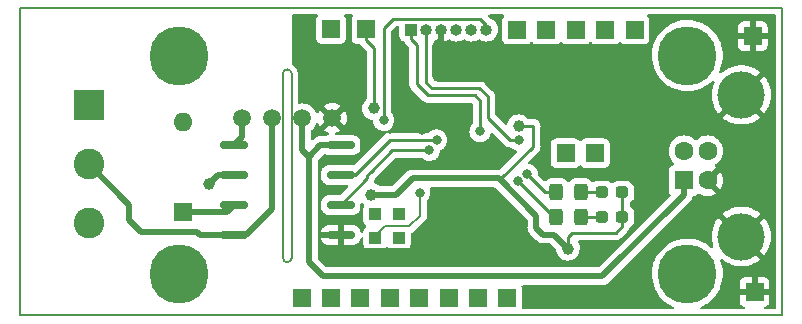
<source format=gbr>
G04 #@! TF.GenerationSoftware,KiCad,Pcbnew,6.0.5*
G04 #@! TF.CreationDate,2022-09-23T16:59:50+03:00*
G04 #@! TF.ProjectId,stm32,73746d33-322e-46b6-9963-61645f706362,rev?*
G04 #@! TF.SameCoordinates,Original*
G04 #@! TF.FileFunction,Copper,L2,Bot*
G04 #@! TF.FilePolarity,Positive*
%FSLAX46Y46*%
G04 Gerber Fmt 4.6, Leading zero omitted, Abs format (unit mm)*
G04 Created by KiCad (PCBNEW 6.0.5) date 2022-09-23 16:59:50*
%MOMM*%
%LPD*%
G01*
G04 APERTURE LIST*
G04 Aperture macros list*
%AMRoundRect*
0 Rectangle with rounded corners*
0 $1 Rounding radius*
0 $2 $3 $4 $5 $6 $7 $8 $9 X,Y pos of 4 corners*
0 Add a 4 corners polygon primitive as box body*
4,1,4,$2,$3,$4,$5,$6,$7,$8,$9,$2,$3,0*
0 Add four circle primitives for the rounded corners*
1,1,$1+$1,$2,$3*
1,1,$1+$1,$4,$5*
1,1,$1+$1,$6,$7*
1,1,$1+$1,$8,$9*
0 Add four rect primitives between the rounded corners*
20,1,$1+$1,$2,$3,$4,$5,0*
20,1,$1+$1,$4,$5,$6,$7,0*
20,1,$1+$1,$6,$7,$8,$9,0*
20,1,$1+$1,$8,$9,$2,$3,0*%
G04 Aperture macros list end*
G04 #@! TA.AperFunction,Profile*
%ADD10C,0.150000*%
G04 #@! TD*
G04 #@! TA.AperFunction,ComponentPad*
%ADD11R,1.500000X1.500000*%
G04 #@! TD*
G04 #@! TA.AperFunction,ComponentPad*
%ADD12R,1.000000X1.000000*%
G04 #@! TD*
G04 #@! TA.AperFunction,ComponentPad*
%ADD13R,1.600000X1.600000*%
G04 #@! TD*
G04 #@! TA.AperFunction,ComponentPad*
%ADD14C,1.600000*%
G04 #@! TD*
G04 #@! TA.AperFunction,ComponentPad*
%ADD15C,4.000000*%
G04 #@! TD*
G04 #@! TA.AperFunction,ComponentPad*
%ADD16O,1.000000X1.000000*%
G04 #@! TD*
G04 #@! TA.AperFunction,SMDPad,CuDef*
%ADD17RoundRect,0.250000X-0.325000X-0.450000X0.325000X-0.450000X0.325000X0.450000X-0.325000X0.450000X0*%
G04 #@! TD*
G04 #@! TA.AperFunction,ComponentPad*
%ADD18C,2.600000*%
G04 #@! TD*
G04 #@! TA.AperFunction,ComponentPad*
%ADD19R,2.600000X2.600000*%
G04 #@! TD*
G04 #@! TA.AperFunction,ComponentPad*
%ADD20C,5.000000*%
G04 #@! TD*
G04 #@! TA.AperFunction,ComponentPad*
%ADD21C,1.500000*%
G04 #@! TD*
G04 #@! TA.AperFunction,SMDPad,CuDef*
%ADD22RoundRect,0.237500X-0.287500X-0.237500X0.287500X-0.237500X0.287500X0.237500X-0.287500X0.237500X0*%
G04 #@! TD*
G04 #@! TA.AperFunction,ComponentPad*
%ADD23O,1.600000X1.600000*%
G04 #@! TD*
G04 #@! TA.AperFunction,SMDPad,CuDef*
%ADD24RoundRect,0.162500X1.012500X0.162500X-1.012500X0.162500X-1.012500X-0.162500X1.012500X-0.162500X0*%
G04 #@! TD*
G04 #@! TA.AperFunction,ViaPad*
%ADD25C,1.000000*%
G04 #@! TD*
G04 #@! TA.AperFunction,ViaPad*
%ADD26C,0.800000*%
G04 #@! TD*
G04 #@! TA.AperFunction,Conductor*
%ADD27C,0.500000*%
G04 #@! TD*
G04 #@! TA.AperFunction,Conductor*
%ADD28C,0.200000*%
G04 #@! TD*
G04 #@! TA.AperFunction,Conductor*
%ADD29C,0.250000*%
G04 #@! TD*
G04 APERTURE END LIST*
D10*
X61000000Y-75500000D02*
X125500000Y-75500000D01*
X61000000Y-49500000D02*
X61000000Y-75500000D01*
X125500000Y-50000000D02*
X125500000Y-49500000D01*
X61000000Y-49500000D02*
X125500000Y-49500000D01*
X84010500Y-55054500D02*
G75*
G03*
X83248500Y-55054500I-381000J0D01*
G01*
X83248500Y-70612000D02*
G75*
G03*
X84010500Y-70612000I381000J0D01*
G01*
X84010500Y-55054500D02*
X84010500Y-70612000D01*
X83248500Y-55054500D02*
X83248500Y-70612000D01*
X125500000Y-75500000D02*
X125500000Y-50000000D01*
D11*
X102260400Y-74066400D03*
X99771200Y-74066400D03*
D12*
X93065600Y-68935600D03*
X91084400Y-68935600D03*
X93065600Y-66954400D03*
X91084400Y-66954400D03*
D11*
X87325200Y-51257200D03*
X90322400Y-51257200D03*
X123037600Y-51866800D03*
X123190000Y-73507600D03*
D13*
X117221000Y-64071500D03*
D14*
X117221000Y-61571500D03*
X119221000Y-61571500D03*
X119221000Y-64071500D03*
D15*
X122081000Y-56821500D03*
X122081000Y-68821500D03*
D12*
X94132400Y-51308000D03*
D16*
X95402400Y-51308000D03*
X96672400Y-51308000D03*
X97942400Y-51308000D03*
X99212400Y-51308000D03*
X100482400Y-51308000D03*
D11*
X113030000Y-51308000D03*
X97282000Y-74066400D03*
X108051600Y-51308000D03*
X110540800Y-51308000D03*
X94792800Y-74066400D03*
X92303600Y-74066400D03*
X103076000Y-51308000D03*
X105562400Y-51308000D03*
X107188000Y-61772800D03*
X109677200Y-61772800D03*
X89814400Y-74066400D03*
X87325200Y-74066400D03*
X84836000Y-74066400D03*
D17*
X106408000Y-67157600D03*
X108458000Y-67157600D03*
X106408000Y-65074800D03*
X108458000Y-65074800D03*
D18*
X66802000Y-67658000D03*
X66802000Y-62658000D03*
D19*
X66802000Y-57658000D03*
D20*
X74500000Y-53500000D03*
X117500000Y-53500000D03*
X117500000Y-72000000D03*
X74500000Y-72000000D03*
D21*
X87439500Y-58801000D03*
X84899500Y-58801000D03*
X82359500Y-58801000D03*
X79819500Y-58801000D03*
D22*
X110236000Y-67157600D03*
X111986000Y-67157600D03*
X110236000Y-65074800D03*
X111986000Y-65074800D03*
D13*
X74828400Y-66751200D03*
D23*
X74828400Y-59131200D03*
D24*
X88154500Y-61087000D03*
X88154500Y-63627000D03*
X88154500Y-66167000D03*
X88154500Y-68707000D03*
X79104500Y-68707000D03*
X79104500Y-66167000D03*
X79104500Y-63627000D03*
X79104500Y-61087000D03*
D25*
X100279200Y-70027800D03*
D26*
X103174800Y-64109600D03*
X103936800Y-63550800D03*
X94843600Y-65125600D03*
D25*
X90982800Y-57962800D03*
D26*
X99957486Y-59926180D03*
D25*
X100126800Y-53594000D03*
X104698800Y-57962800D03*
X99669600Y-61569600D03*
X88138000Y-70002400D03*
D26*
X90525600Y-59994800D03*
X91795600Y-58978800D03*
X103225600Y-60655200D03*
X96266000Y-60655200D03*
X95656400Y-61518800D03*
X94996000Y-59817000D03*
D25*
X103225600Y-59486800D03*
X90728800Y-65278000D03*
X107391200Y-69850000D03*
X77012800Y-64363600D03*
X109220000Y-58978800D03*
D27*
X90728800Y-65278000D02*
X92862400Y-65278000D01*
X92862400Y-65278000D02*
X94234000Y-63906400D01*
X94234000Y-63906400D02*
X101523800Y-63906400D01*
D28*
X92278200Y-59994800D02*
X90525600Y-59994800D01*
D29*
X94996000Y-59817000D02*
X92456000Y-59817000D01*
X92456000Y-59817000D02*
X92278200Y-59994800D01*
X94996000Y-59817000D02*
X95808800Y-59029600D01*
X95808800Y-59029600D02*
X97688400Y-59029600D01*
X97688400Y-59029600D02*
X98094800Y-59436000D01*
X98094800Y-59436000D02*
X98094800Y-59994800D01*
X98094800Y-59994800D02*
X99669600Y-61569600D01*
D27*
X104698800Y-57962800D02*
X103022400Y-57962800D01*
X103022400Y-57962800D02*
X100533200Y-55473600D01*
X100533200Y-55473600D02*
X96418400Y-55473600D01*
X96418400Y-55473600D02*
X96164400Y-55219600D01*
X96164400Y-55219600D02*
X96164400Y-53594000D01*
D29*
X95402400Y-51308000D02*
X95402400Y-55803800D01*
X95402400Y-55803800D02*
X95859600Y-56261000D01*
X95859600Y-56261000D02*
X99898200Y-56261000D01*
X102489000Y-60655200D02*
X103225600Y-60655200D01*
X99898200Y-56261000D02*
X100584000Y-56946800D01*
X100584000Y-56946800D02*
X100584000Y-58750200D01*
X100584000Y-58750200D02*
X102489000Y-60655200D01*
X94602300Y-55943500D02*
X95529400Y-56870600D01*
X94132400Y-51308000D02*
X94132400Y-52095400D01*
X94602300Y-55943500D02*
X94602300Y-52565300D01*
X94602300Y-52565300D02*
X94132400Y-52095400D01*
X99483372Y-56870600D02*
X99957486Y-57344714D01*
X95529400Y-56870600D02*
X99483372Y-56870600D01*
X99957486Y-57344714D02*
X99957486Y-59926180D01*
D27*
X88163400Y-70027800D02*
X88138000Y-70002400D01*
X100279200Y-70027800D02*
X88163400Y-70027800D01*
D29*
X92506800Y-61518800D02*
X90690700Y-63334900D01*
X90398600Y-63906400D02*
X90398600Y-63627000D01*
X90398600Y-63627000D02*
X90690700Y-63334900D01*
X88154500Y-66167000D02*
X88154500Y-66150500D01*
X88154500Y-66150500D02*
X90398600Y-63906400D01*
X104444800Y-61214000D02*
X101752400Y-63906400D01*
X101752400Y-63906400D02*
X101523800Y-63906400D01*
D27*
X107391200Y-69850000D02*
X106197400Y-68656200D01*
X105308400Y-68656200D02*
X104724200Y-68072000D01*
X106197400Y-68656200D02*
X105308400Y-68656200D01*
X104724200Y-68072000D02*
X104724200Y-67106800D01*
X104724200Y-67106800D02*
X101523800Y-63906400D01*
D29*
X100482400Y-51308000D02*
X100482400Y-50901600D01*
X100482400Y-50901600D02*
X99949000Y-50368200D01*
X99949000Y-50368200D02*
X92608400Y-50368200D01*
X92608400Y-50368200D02*
X91795600Y-51181000D01*
X91795600Y-51181000D02*
X91795600Y-58978800D01*
D27*
X85445600Y-62077600D02*
X85445600Y-70967600D01*
X86664800Y-72186800D02*
X110313200Y-72186800D01*
X85445600Y-70967600D02*
X86664800Y-72186800D01*
X110313200Y-72186800D02*
X117221000Y-65279000D01*
X117221000Y-65279000D02*
X117221000Y-64071500D01*
D29*
X107391200Y-69850000D02*
X107391200Y-68884800D01*
X111986000Y-67947600D02*
X111429800Y-68503800D01*
X107391200Y-68884800D02*
X107772200Y-68503800D01*
X107772200Y-68503800D02*
X111429800Y-68503800D01*
X111986000Y-67157600D02*
X111986000Y-67947600D01*
X111986000Y-65074800D02*
X111986000Y-67157600D01*
X110236000Y-67157600D02*
X108458000Y-67157600D01*
X108458000Y-65074800D02*
X110236000Y-65074800D01*
X103174800Y-64109600D02*
X106222800Y-67157600D01*
X106222800Y-67157600D02*
X106408000Y-67157600D01*
X106408000Y-65074800D02*
X105460800Y-65074800D01*
X105460800Y-65074800D02*
X103936800Y-63550800D01*
X104444800Y-59486800D02*
X104444800Y-61214000D01*
D28*
X93929200Y-67970400D02*
X91897200Y-67970400D01*
X94843600Y-65125600D02*
X94843600Y-67056000D01*
X91084400Y-68783200D02*
X91084400Y-68935600D01*
X94843600Y-67056000D02*
X93929200Y-67970400D01*
X91897200Y-67970400D02*
X91084400Y-68783200D01*
D29*
X90982800Y-52832000D02*
X90982800Y-57962800D01*
X90322400Y-51257200D02*
X90322400Y-52171600D01*
X90322400Y-52171600D02*
X90982800Y-52832000D01*
X104444800Y-59486800D02*
X103225600Y-59486800D01*
D27*
X107238800Y-58978800D02*
X106629200Y-58978800D01*
X104698800Y-57962800D02*
X105613200Y-57962800D01*
X105613200Y-57962800D02*
X106629200Y-58978800D01*
X109220000Y-58978800D02*
X107238800Y-58978800D01*
X96164400Y-53594000D02*
X100126800Y-53594000D01*
X96164400Y-53594000D02*
X96164400Y-52730400D01*
X96672400Y-52222400D02*
X96672400Y-51308000D01*
X96164400Y-52730400D02*
X96672400Y-52222400D01*
X88154500Y-69985900D02*
X88138000Y-70002400D01*
X88154500Y-68707000D02*
X88154500Y-69985900D01*
D28*
X90525600Y-59994800D02*
X88633300Y-59994800D01*
D29*
X96266000Y-60655200D02*
X92303600Y-60655200D01*
X92303600Y-60655200D02*
X89331800Y-63627000D01*
X89331800Y-63627000D02*
X88154500Y-63627000D01*
X95656400Y-61518800D02*
X92506800Y-61518800D01*
D28*
X88633300Y-59994800D02*
X87439500Y-58801000D01*
D27*
X79104500Y-68707000D02*
X80137000Y-68707000D01*
X80137000Y-68707000D02*
X82359500Y-66484500D01*
X82359500Y-66484500D02*
X82359500Y-58801000D01*
X79104500Y-68707000D02*
X76225400Y-68707000D01*
X76225400Y-68707000D02*
X75946000Y-68427600D01*
X75946000Y-68427600D02*
X71272400Y-68427600D01*
X70256400Y-67411600D02*
X70256400Y-66112400D01*
X70256400Y-66112400D02*
X66802000Y-62658000D01*
X71272400Y-68427600D02*
X70256400Y-67411600D01*
X74828400Y-66751200D02*
X78520300Y-66751200D01*
X78520300Y-66751200D02*
X79104500Y-66167000D01*
X77749400Y-63627000D02*
X77012800Y-64363600D01*
X79104500Y-63627000D02*
X77749400Y-63627000D01*
X84899500Y-58801000D02*
X84899500Y-61531500D01*
X84899500Y-61531500D02*
X85445600Y-62077600D01*
X79819500Y-58801000D02*
X79819500Y-60372000D01*
X79819500Y-60372000D02*
X79104500Y-61087000D01*
X85445600Y-62077600D02*
X86436200Y-61087000D01*
X86436200Y-61087000D02*
X88154500Y-61087000D01*
X119126000Y-58978800D02*
X121056400Y-60909200D01*
X109220000Y-58978800D02*
X119126000Y-58978800D01*
X121056400Y-60909200D02*
X121056400Y-62236100D01*
X121056400Y-62236100D02*
X119221000Y-64071500D01*
G04 #@! TA.AperFunction,Conductor*
G36*
X86145669Y-50020502D02*
G01*
X86192162Y-50074158D01*
X86202266Y-50144432D01*
X86178375Y-50202063D01*
X86131674Y-50264376D01*
X86081349Y-50398620D01*
X86080496Y-50406470D01*
X86080496Y-50406471D01*
X86076019Y-50447683D01*
X86074700Y-50459823D01*
X86074701Y-52054576D01*
X86075070Y-52057970D01*
X86075070Y-52057976D01*
X86080219Y-52105376D01*
X86081349Y-52115780D01*
X86131674Y-52250024D01*
X86137054Y-52257203D01*
X86137056Y-52257206D01*
X86203447Y-52345790D01*
X86217654Y-52364746D01*
X86224835Y-52370128D01*
X86325194Y-52445344D01*
X86325197Y-52445346D01*
X86332376Y-52450726D01*
X86406611Y-52478555D01*
X86459225Y-52498279D01*
X86459227Y-52498279D01*
X86466620Y-52501051D01*
X86474470Y-52501904D01*
X86474471Y-52501904D01*
X86524417Y-52507330D01*
X86527823Y-52507700D01*
X87325083Y-52507700D01*
X88122576Y-52507699D01*
X88125970Y-52507330D01*
X88125976Y-52507330D01*
X88175922Y-52501905D01*
X88175926Y-52501904D01*
X88183780Y-52501051D01*
X88318024Y-52450726D01*
X88325203Y-52445346D01*
X88325206Y-52445344D01*
X88425565Y-52370128D01*
X88432746Y-52364746D01*
X88446953Y-52345790D01*
X88513344Y-52257206D01*
X88513346Y-52257203D01*
X88518726Y-52250024D01*
X88563405Y-52130841D01*
X88566279Y-52123175D01*
X88566279Y-52123173D01*
X88569051Y-52115780D01*
X88575328Y-52058006D01*
X88575331Y-52057974D01*
X88575331Y-52057973D01*
X88575700Y-52054577D01*
X88575699Y-50459824D01*
X88574569Y-50449420D01*
X88569905Y-50406478D01*
X88569904Y-50406474D01*
X88569051Y-50398620D01*
X88518726Y-50264376D01*
X88472025Y-50202064D01*
X88447178Y-50135559D01*
X88462231Y-50066177D01*
X88512405Y-50015946D01*
X88572852Y-50000500D01*
X89074748Y-50000500D01*
X89142869Y-50020502D01*
X89189362Y-50074158D01*
X89199466Y-50144432D01*
X89175575Y-50202063D01*
X89128874Y-50264376D01*
X89078549Y-50398620D01*
X89077696Y-50406470D01*
X89077696Y-50406471D01*
X89073219Y-50447683D01*
X89071900Y-50459823D01*
X89071901Y-52054576D01*
X89072270Y-52057970D01*
X89072270Y-52057976D01*
X89077419Y-52105376D01*
X89078549Y-52115780D01*
X89128874Y-52250024D01*
X89134254Y-52257203D01*
X89134256Y-52257206D01*
X89200647Y-52345790D01*
X89214854Y-52364746D01*
X89222035Y-52370128D01*
X89322394Y-52445344D01*
X89322397Y-52445346D01*
X89329576Y-52450726D01*
X89403811Y-52478555D01*
X89456425Y-52498279D01*
X89456427Y-52498279D01*
X89463820Y-52501051D01*
X89471670Y-52501904D01*
X89471671Y-52501904D01*
X89521617Y-52507330D01*
X89525023Y-52507700D01*
X89724729Y-52507700D01*
X89792850Y-52527702D01*
X89822167Y-52554532D01*
X89824230Y-52558020D01*
X89838280Y-52572070D01*
X89851121Y-52587104D01*
X89862806Y-52603187D01*
X89868914Y-52608240D01*
X89896389Y-52630969D01*
X89905169Y-52638959D01*
X90320395Y-53054185D01*
X90354421Y-53116497D01*
X90357300Y-53143280D01*
X90357300Y-57121508D01*
X90337298Y-57189629D01*
X90310253Y-57219704D01*
X90284202Y-57240650D01*
X90279400Y-57244511D01*
X90153280Y-57394816D01*
X90150316Y-57400208D01*
X90150313Y-57400212D01*
X90086602Y-57516102D01*
X90058756Y-57566754D01*
X90056895Y-57572621D01*
X90056894Y-57572623D01*
X90041413Y-57621425D01*
X89999428Y-57753778D01*
X89977557Y-57948763D01*
X89993975Y-58144283D01*
X90048058Y-58332891D01*
X90050876Y-58338374D01*
X90134923Y-58501913D01*
X90134926Y-58501917D01*
X90137744Y-58507401D01*
X90259618Y-58661169D01*
X90264311Y-58665163D01*
X90264312Y-58665164D01*
X90397877Y-58778836D01*
X90409038Y-58788335D01*
X90414416Y-58791341D01*
X90414418Y-58791342D01*
X90426392Y-58798034D01*
X90580313Y-58884057D01*
X90766918Y-58944689D01*
X90773027Y-58945417D01*
X90773034Y-58945419D01*
X90788194Y-58947226D01*
X90853468Y-58975153D01*
X90893281Y-59033935D01*
X90898587Y-59059170D01*
X90906561Y-59135035D01*
X90909926Y-59167056D01*
X90968421Y-59347084D01*
X90971724Y-59352806D01*
X90971725Y-59352807D01*
X90976526Y-59361122D01*
X91063067Y-59511016D01*
X91067485Y-59515923D01*
X91067486Y-59515924D01*
X91146219Y-59603365D01*
X91189729Y-59651688D01*
X91342870Y-59762951D01*
X91515797Y-59839944D01*
X91613812Y-59860778D01*
X91694497Y-59877928D01*
X91694501Y-59877928D01*
X91700954Y-59879300D01*
X91890246Y-59879300D01*
X91896704Y-59877927D01*
X91896707Y-59877927D01*
X91900264Y-59877171D01*
X91902372Y-59877332D01*
X91903274Y-59877237D01*
X91903291Y-59877402D01*
X91971055Y-59882571D01*
X92027688Y-59925387D01*
X92052183Y-59992024D01*
X92036763Y-60061326D01*
X91997954Y-60100079D01*
X91999868Y-60102714D01*
X91964612Y-60128329D01*
X91954690Y-60134846D01*
X91924010Y-60152990D01*
X91924006Y-60152993D01*
X91917180Y-60157030D01*
X91903130Y-60171080D01*
X91888096Y-60183921D01*
X91872013Y-60195606D01*
X91866960Y-60201714D01*
X91844231Y-60229189D01*
X91836241Y-60237969D01*
X89309591Y-62764618D01*
X89247279Y-62798644D01*
X89219998Y-62800941D01*
X89219998Y-62801500D01*
X87089002Y-62801500D01*
X87020290Y-62807814D01*
X87013906Y-62809815D01*
X87013904Y-62809815D01*
X86874411Y-62853529D01*
X86874409Y-62853530D01*
X86867162Y-62855801D01*
X86729900Y-62938930D01*
X86616430Y-63052400D01*
X86612496Y-63058896D01*
X86549497Y-63162920D01*
X86533301Y-63189662D01*
X86531030Y-63196909D01*
X86531029Y-63196911D01*
X86493252Y-63317460D01*
X86485314Y-63342790D01*
X86479000Y-63411502D01*
X86479000Y-63842498D01*
X86485314Y-63911210D01*
X86487315Y-63917594D01*
X86487315Y-63917596D01*
X86524990Y-64037816D01*
X86533301Y-64064338D01*
X86616430Y-64201600D01*
X86729900Y-64315070D01*
X86867162Y-64398199D01*
X86874409Y-64400470D01*
X86874411Y-64400471D01*
X87013904Y-64444185D01*
X87013906Y-64444185D01*
X87020290Y-64446186D01*
X87089002Y-64452500D01*
X88663719Y-64452500D01*
X88731840Y-64472502D01*
X88778333Y-64526158D01*
X88788437Y-64596432D01*
X88758943Y-64661012D01*
X88752817Y-64667592D01*
X88115813Y-65304596D01*
X88053501Y-65338621D01*
X88026718Y-65341500D01*
X87089002Y-65341500D01*
X87020290Y-65347814D01*
X87013906Y-65349815D01*
X87013904Y-65349815D01*
X86874411Y-65393529D01*
X86874409Y-65393530D01*
X86867162Y-65395801D01*
X86729900Y-65478930D01*
X86616430Y-65592400D01*
X86582702Y-65648091D01*
X86559250Y-65686816D01*
X86533301Y-65729662D01*
X86531030Y-65736909D01*
X86531029Y-65736911D01*
X86487315Y-65876404D01*
X86485314Y-65882790D01*
X86479000Y-65951502D01*
X86479000Y-66382498D01*
X86485314Y-66451210D01*
X86533301Y-66604338D01*
X86616430Y-66741600D01*
X86729900Y-66855070D01*
X86867162Y-66938199D01*
X86874409Y-66940470D01*
X86874411Y-66940471D01*
X87013904Y-66984185D01*
X87013906Y-66984185D01*
X87020290Y-66986186D01*
X87089002Y-66992500D01*
X89219998Y-66992500D01*
X89288710Y-66986186D01*
X89295094Y-66984185D01*
X89295096Y-66984185D01*
X89434589Y-66940471D01*
X89434591Y-66940470D01*
X89441838Y-66938199D01*
X89579100Y-66855070D01*
X89692570Y-66741600D01*
X89775699Y-66604338D01*
X89823686Y-66451210D01*
X89830000Y-66382498D01*
X89830000Y-66099595D01*
X89850002Y-66031474D01*
X89903658Y-65984981D01*
X89973932Y-65974877D01*
X90037662Y-66003641D01*
X90052485Y-66016256D01*
X90108597Y-66064011D01*
X90147510Y-66123394D01*
X90148141Y-66194388D01*
X90141370Y-66210915D01*
X90140874Y-66211576D01*
X90138457Y-66218025D01*
X90138456Y-66218026D01*
X90093557Y-66337797D01*
X90090549Y-66345820D01*
X90089696Y-66353670D01*
X90089696Y-66353671D01*
X90085938Y-66388266D01*
X90083900Y-66407023D01*
X90083901Y-67501776D01*
X90084270Y-67505170D01*
X90084270Y-67505176D01*
X90089389Y-67552300D01*
X90090549Y-67562980D01*
X90140874Y-67697224D01*
X90146254Y-67704403D01*
X90146256Y-67704406D01*
X90154457Y-67715348D01*
X90226854Y-67811946D01*
X90269857Y-67844175D01*
X90312370Y-67901034D01*
X90317395Y-67971853D01*
X90283335Y-68034146D01*
X90269860Y-68045823D01*
X90226854Y-68078054D01*
X90221472Y-68085235D01*
X90146256Y-68185594D01*
X90146254Y-68185597D01*
X90140874Y-68192776D01*
X90090549Y-68327020D01*
X90083900Y-68388223D01*
X90083900Y-68424186D01*
X90063898Y-68492307D01*
X90010242Y-68538800D01*
X89939968Y-68548904D01*
X89875388Y-68519410D01*
X89837004Y-68459684D01*
X89832429Y-68435715D01*
X89831727Y-68428077D01*
X89829114Y-68415030D01*
X89784857Y-68273802D01*
X89778651Y-68260057D01*
X89702450Y-68134235D01*
X89693143Y-68122366D01*
X89589134Y-68018357D01*
X89577265Y-68009050D01*
X89451443Y-67932849D01*
X89437698Y-67926643D01*
X89296470Y-67882386D01*
X89283423Y-67879773D01*
X89223489Y-67874266D01*
X89217700Y-67874000D01*
X88426615Y-67874000D01*
X88411376Y-67878475D01*
X88410171Y-67879865D01*
X88408500Y-67887548D01*
X88408500Y-69521885D01*
X88412975Y-69537124D01*
X88414365Y-69538329D01*
X88422048Y-69540000D01*
X89217700Y-69540000D01*
X89223489Y-69539734D01*
X89283423Y-69534227D01*
X89296470Y-69531614D01*
X89437698Y-69487357D01*
X89451443Y-69481151D01*
X89577265Y-69404950D01*
X89589134Y-69395643D01*
X89693143Y-69291634D01*
X89702450Y-69279765D01*
X89778651Y-69153943D01*
X89784857Y-69140198D01*
X89829114Y-68998970D01*
X89831727Y-68985924D01*
X89832430Y-68978276D01*
X89858583Y-68912272D01*
X89916269Y-68870885D01*
X89987173Y-68867256D01*
X90048783Y-68902537D01*
X90081539Y-68965526D01*
X90083901Y-68989804D01*
X90083901Y-69482976D01*
X90084270Y-69486370D01*
X90084270Y-69486376D01*
X90089609Y-69535525D01*
X90090549Y-69544180D01*
X90140874Y-69678424D01*
X90146254Y-69685603D01*
X90146256Y-69685606D01*
X90205000Y-69763987D01*
X90226854Y-69793146D01*
X90234035Y-69798528D01*
X90334394Y-69873744D01*
X90334397Y-69873746D01*
X90341576Y-69879126D01*
X90430752Y-69912556D01*
X90468425Y-69926679D01*
X90468427Y-69926679D01*
X90475820Y-69929451D01*
X90483670Y-69930304D01*
X90483671Y-69930304D01*
X90533617Y-69935730D01*
X90537023Y-69936100D01*
X91084319Y-69936100D01*
X91631776Y-69936099D01*
X91635170Y-69935730D01*
X91635176Y-69935730D01*
X91685122Y-69930305D01*
X91685126Y-69930304D01*
X91692980Y-69929451D01*
X91827224Y-69879126D01*
X91834403Y-69873746D01*
X91834406Y-69873744D01*
X91934765Y-69798528D01*
X91941946Y-69793146D01*
X91974175Y-69750143D01*
X92031034Y-69707630D01*
X92101853Y-69702605D01*
X92164146Y-69736665D01*
X92175823Y-69750140D01*
X92208054Y-69793146D01*
X92215235Y-69798528D01*
X92315594Y-69873744D01*
X92315597Y-69873746D01*
X92322776Y-69879126D01*
X92411952Y-69912556D01*
X92449625Y-69926679D01*
X92449627Y-69926679D01*
X92457020Y-69929451D01*
X92464870Y-69930304D01*
X92464871Y-69930304D01*
X92514817Y-69935730D01*
X92518223Y-69936100D01*
X93065519Y-69936100D01*
X93612976Y-69936099D01*
X93616370Y-69935730D01*
X93616376Y-69935730D01*
X93666322Y-69930305D01*
X93666326Y-69930304D01*
X93674180Y-69929451D01*
X93808424Y-69879126D01*
X93815603Y-69873746D01*
X93815606Y-69873744D01*
X93915965Y-69798528D01*
X93923146Y-69793146D01*
X93945000Y-69763987D01*
X94003744Y-69685606D01*
X94003746Y-69685603D01*
X94009126Y-69678424D01*
X94059451Y-69544180D01*
X94066100Y-69482977D01*
X94066099Y-68647862D01*
X94086101Y-68579741D01*
X94143881Y-68531453D01*
X94144113Y-68531357D01*
X94232041Y-68494936D01*
X94357482Y-68398682D01*
X94365508Y-68388223D01*
X94376629Y-68373729D01*
X94387497Y-68361338D01*
X95234538Y-67514297D01*
X95246929Y-67503429D01*
X95265336Y-67489305D01*
X95271882Y-67484282D01*
X95368136Y-67358841D01*
X95428644Y-67212762D01*
X95444100Y-67095361D01*
X95449282Y-67056000D01*
X95445178Y-67024827D01*
X95444100Y-67008381D01*
X95444100Y-65852820D01*
X95464102Y-65784699D01*
X95476464Y-65768509D01*
X95487122Y-65756673D01*
X95576133Y-65657816D01*
X95590721Y-65632548D01*
X95667475Y-65499607D01*
X95667476Y-65499606D01*
X95670779Y-65493884D01*
X95729274Y-65313856D01*
X95730023Y-65306736D01*
X95748370Y-65132165D01*
X95749060Y-65125600D01*
X95746992Y-65105920D01*
X95729964Y-64943907D01*
X95729964Y-64943905D01*
X95729274Y-64937344D01*
X95691743Y-64821836D01*
X95689715Y-64750869D01*
X95726378Y-64690071D01*
X95790090Y-64658745D01*
X95811576Y-64656900D01*
X101160743Y-64656900D01*
X101228864Y-64676902D01*
X101249838Y-64693805D01*
X103936795Y-67380762D01*
X103970821Y-67443074D01*
X103973700Y-67469857D01*
X103973700Y-68005546D01*
X103972267Y-68024496D01*
X103969052Y-68045630D01*
X103969645Y-68052922D01*
X103969645Y-68052924D01*
X103973285Y-68097675D01*
X103973700Y-68107889D01*
X103973700Y-68115822D01*
X103974125Y-68119466D01*
X103976954Y-68143736D01*
X103977387Y-68148111D01*
X103983239Y-68220059D01*
X103985494Y-68227021D01*
X103986652Y-68232816D01*
X103988009Y-68238558D01*
X103988857Y-68245828D01*
X104013506Y-68313736D01*
X104014923Y-68317864D01*
X104029007Y-68361338D01*
X104037173Y-68386546D01*
X104040968Y-68392800D01*
X104043431Y-68398179D01*
X104046073Y-68403455D01*
X104048569Y-68410331D01*
X104076354Y-68452710D01*
X104088140Y-68470687D01*
X104090486Y-68474406D01*
X104125046Y-68531357D01*
X104127961Y-68536160D01*
X104131673Y-68540362D01*
X104131674Y-68540364D01*
X104135285Y-68544452D01*
X104135260Y-68544474D01*
X104138006Y-68547569D01*
X104140509Y-68550563D01*
X104144523Y-68556685D01*
X104149836Y-68561718D01*
X104200152Y-68609383D01*
X104202594Y-68611761D01*
X104730722Y-69139889D01*
X104743109Y-69154302D01*
X104751441Y-69165625D01*
X104751445Y-69165629D01*
X104755783Y-69171524D01*
X104795600Y-69205351D01*
X104803104Y-69212271D01*
X104808704Y-69217871D01*
X104811576Y-69220143D01*
X104830742Y-69235307D01*
X104834121Y-69238078D01*
X104889155Y-69284832D01*
X104895676Y-69288161D01*
X104900607Y-69291450D01*
X104905609Y-69294540D01*
X104911349Y-69299081D01*
X104917980Y-69302180D01*
X104917983Y-69302182D01*
X104976763Y-69329654D01*
X104980704Y-69331580D01*
X105045016Y-69364419D01*
X105052127Y-69366159D01*
X105057669Y-69368220D01*
X105063262Y-69370081D01*
X105069893Y-69373180D01*
X105077055Y-69374670D01*
X105077056Y-69374670D01*
X105140609Y-69387889D01*
X105144893Y-69388859D01*
X105215006Y-69406015D01*
X105220606Y-69406362D01*
X105220610Y-69406363D01*
X105226048Y-69406700D01*
X105226046Y-69406732D01*
X105230159Y-69406979D01*
X105234066Y-69407328D01*
X105241231Y-69408818D01*
X105317816Y-69406746D01*
X105321224Y-69406700D01*
X105834343Y-69406700D01*
X105902464Y-69426702D01*
X105923438Y-69443605D01*
X106359784Y-69879951D01*
X106393810Y-69942263D01*
X106396247Y-69958503D01*
X106402375Y-70031483D01*
X106456458Y-70220091D01*
X106459276Y-70225574D01*
X106543323Y-70389113D01*
X106543326Y-70389117D01*
X106546144Y-70394601D01*
X106668018Y-70548369D01*
X106672711Y-70552363D01*
X106672712Y-70552364D01*
X106795346Y-70656733D01*
X106817438Y-70675535D01*
X106822816Y-70678541D01*
X106822818Y-70678542D01*
X106859132Y-70698837D01*
X106988713Y-70771257D01*
X107175318Y-70831889D01*
X107370146Y-70855121D01*
X107376281Y-70854649D01*
X107376283Y-70854649D01*
X107559634Y-70840541D01*
X107559638Y-70840540D01*
X107565776Y-70840068D01*
X107754756Y-70787303D01*
X107929889Y-70698837D01*
X107936544Y-70693638D01*
X108048942Y-70605823D01*
X108084503Y-70578040D01*
X108114284Y-70543539D01*
X108208685Y-70434173D01*
X108208685Y-70434172D01*
X108212709Y-70429511D01*
X108309625Y-70258909D01*
X108371558Y-70072732D01*
X108396149Y-69878071D01*
X108396541Y-69850000D01*
X108377394Y-69654728D01*
X108375613Y-69648829D01*
X108375612Y-69648824D01*
X108322465Y-69472793D01*
X108320684Y-69466894D01*
X108293084Y-69414986D01*
X108239630Y-69314453D01*
X108225310Y-69244916D01*
X108250858Y-69178675D01*
X108308163Y-69136763D01*
X108350881Y-69129300D01*
X111352097Y-69129300D01*
X111363057Y-69129817D01*
X111370467Y-69131473D01*
X111378393Y-69131224D01*
X111378394Y-69131224D01*
X111437641Y-69129362D01*
X111441599Y-69129300D01*
X111469150Y-69129300D01*
X111473073Y-69128804D01*
X111473188Y-69128797D01*
X111484868Y-69127877D01*
X111528427Y-69126509D01*
X111547516Y-69120963D01*
X111566862Y-69116956D01*
X111586592Y-69114464D01*
X111627123Y-69098416D01*
X111638324Y-69094581D01*
X111680190Y-69082418D01*
X111697299Y-69072300D01*
X111715045Y-69063605D01*
X111733532Y-69056286D01*
X111768791Y-69030669D01*
X111778710Y-69024154D01*
X111809390Y-69006010D01*
X111809394Y-69006007D01*
X111816220Y-69001970D01*
X111830270Y-68987920D01*
X111845304Y-68975079D01*
X111854973Y-68968054D01*
X111861387Y-68963394D01*
X111889170Y-68929810D01*
X111897159Y-68921031D01*
X112373346Y-68444844D01*
X112381467Y-68437454D01*
X112387877Y-68433386D01*
X112396517Y-68424186D01*
X112433901Y-68384376D01*
X112436656Y-68381534D01*
X112456120Y-68362070D01*
X112458548Y-68358940D01*
X112458638Y-68358838D01*
X112466226Y-68349954D01*
X112483406Y-68331659D01*
X112496062Y-68318182D01*
X112505638Y-68300763D01*
X112516493Y-68284239D01*
X112523816Y-68274799D01*
X112523817Y-68274798D01*
X112528674Y-68268536D01*
X112545991Y-68228520D01*
X112551206Y-68217875D01*
X112568376Y-68186643D01*
X112568377Y-68186641D01*
X112572197Y-68179692D01*
X112577140Y-68160441D01*
X112583544Y-68141737D01*
X112588289Y-68130772D01*
X112588289Y-68130771D01*
X112591438Y-68123495D01*
X112592678Y-68115665D01*
X112594890Y-68108052D01*
X112596511Y-68108523D01*
X112622872Y-68052924D01*
X112650600Y-68029650D01*
X112728802Y-67981257D01*
X112728809Y-67981251D01*
X112735028Y-67977403D01*
X112856608Y-67855611D01*
X112861080Y-67848357D01*
X112887950Y-67804765D01*
X112946908Y-67709116D01*
X112950853Y-67697224D01*
X112998922Y-67552300D01*
X113001086Y-67545776D01*
X113004312Y-67514297D01*
X113008057Y-67477736D01*
X113011500Y-67444135D01*
X113011499Y-66871066D01*
X113009840Y-66855070D01*
X113001533Y-66775012D01*
X113000822Y-66768155D01*
X112946359Y-66604910D01*
X112855803Y-66458572D01*
X112734011Y-66336992D01*
X112671383Y-66298388D01*
X112623891Y-66245617D01*
X112611500Y-66191129D01*
X112611500Y-66041248D01*
X112631502Y-65973127D01*
X112671197Y-65934104D01*
X112728802Y-65898457D01*
X112728809Y-65898451D01*
X112735028Y-65894603D01*
X112856608Y-65772811D01*
X112861080Y-65765557D01*
X112902571Y-65698245D01*
X112946908Y-65626316D01*
X113001086Y-65462976D01*
X113011500Y-65361335D01*
X113011499Y-64788266D01*
X113011027Y-64783711D01*
X113004729Y-64723011D01*
X113000822Y-64685355D01*
X112946359Y-64522110D01*
X112855803Y-64375772D01*
X112734011Y-64254192D01*
X112587516Y-64163892D01*
X112564474Y-64156249D01*
X112430700Y-64111878D01*
X112430701Y-64111878D01*
X112424176Y-64109714D01*
X112417343Y-64109014D01*
X112417339Y-64109013D01*
X112363069Y-64103453D01*
X112322535Y-64099300D01*
X111988596Y-64099300D01*
X111649466Y-64099301D01*
X111646222Y-64099638D01*
X111646214Y-64099638D01*
X111600858Y-64104344D01*
X111546555Y-64109978D01*
X111383310Y-64164441D01*
X111236972Y-64254997D01*
X111231803Y-64260175D01*
X111200132Y-64291901D01*
X111137849Y-64325980D01*
X111067029Y-64320977D01*
X111021941Y-64292056D01*
X110989191Y-64259363D01*
X110984011Y-64254192D01*
X110837516Y-64163892D01*
X110814474Y-64156249D01*
X110680700Y-64111878D01*
X110680701Y-64111878D01*
X110674176Y-64109714D01*
X110667343Y-64109014D01*
X110667339Y-64109013D01*
X110613069Y-64103453D01*
X110572535Y-64099300D01*
X110238596Y-64099300D01*
X109899466Y-64099301D01*
X109896222Y-64099638D01*
X109896214Y-64099638D01*
X109850858Y-64104344D01*
X109796555Y-64109978D01*
X109633310Y-64164441D01*
X109561567Y-64208837D01*
X109557811Y-64211161D01*
X109489359Y-64229998D01*
X109421589Y-64208837D01*
X109384365Y-64170320D01*
X109375166Y-64155455D01*
X109365131Y-64145437D01*
X109296549Y-64076975D01*
X109251311Y-64031816D01*
X109102334Y-63939986D01*
X109084384Y-63934032D01*
X108942759Y-63887056D01*
X108942757Y-63887055D01*
X108936228Y-63884890D01*
X108832866Y-63874300D01*
X108083134Y-63874300D01*
X108079888Y-63874637D01*
X108079884Y-63874637D01*
X107985339Y-63884447D01*
X107985335Y-63884448D01*
X107978481Y-63885159D01*
X107971945Y-63887340D01*
X107971943Y-63887340D01*
X107848613Y-63928486D01*
X107812471Y-63940544D01*
X107663655Y-64032634D01*
X107540016Y-64156489D01*
X107536175Y-64162721D01*
X107531812Y-64168245D01*
X107473895Y-64209308D01*
X107402972Y-64212540D01*
X107341561Y-64176915D01*
X107333979Y-64167085D01*
X107333563Y-64167415D01*
X107329018Y-64161680D01*
X107325166Y-64155455D01*
X107315131Y-64145437D01*
X107246549Y-64076975D01*
X107201311Y-64031816D01*
X107052334Y-63939986D01*
X107034384Y-63934032D01*
X106892759Y-63887056D01*
X106892757Y-63887055D01*
X106886228Y-63884890D01*
X106782866Y-63874300D01*
X106033134Y-63874300D01*
X106029888Y-63874637D01*
X106029884Y-63874637D01*
X105935339Y-63884447D01*
X105935335Y-63884448D01*
X105928481Y-63885159D01*
X105921945Y-63887340D01*
X105921943Y-63887340D01*
X105798613Y-63928486D01*
X105762471Y-63940544D01*
X105613655Y-64032634D01*
X105608482Y-64037816D01*
X105547670Y-64098734D01*
X105485387Y-64132813D01*
X105414567Y-64127810D01*
X105369402Y-64098811D01*
X104876262Y-63605671D01*
X104842236Y-63543359D01*
X104840047Y-63529746D01*
X104823164Y-63369107D01*
X104823164Y-63369105D01*
X104822474Y-63362544D01*
X104763979Y-63182516D01*
X104747390Y-63153782D01*
X104672636Y-63024305D01*
X104669333Y-63018584D01*
X104664914Y-63013676D01*
X104547086Y-62882815D01*
X104547084Y-62882814D01*
X104542671Y-62877912D01*
X104437865Y-62801766D01*
X104394872Y-62770530D01*
X104394871Y-62770529D01*
X104389530Y-62766649D01*
X104216603Y-62689656D01*
X104144335Y-62674295D01*
X104081862Y-62640567D01*
X104047540Y-62578417D01*
X104052268Y-62507578D01*
X104081437Y-62461953D01*
X104832146Y-61711244D01*
X104840267Y-61703854D01*
X104846677Y-61699786D01*
X104892701Y-61650776D01*
X104895456Y-61647934D01*
X104914920Y-61628470D01*
X104917348Y-61625340D01*
X104917438Y-61625238D01*
X104925026Y-61616354D01*
X104949434Y-61590362D01*
X104954862Y-61584582D01*
X104964438Y-61567163D01*
X104975293Y-61550639D01*
X104982616Y-61541199D01*
X104982617Y-61541198D01*
X104987474Y-61534936D01*
X105004791Y-61494920D01*
X105010006Y-61484275D01*
X105027176Y-61453043D01*
X105027177Y-61453041D01*
X105030997Y-61446092D01*
X105035940Y-61426841D01*
X105042344Y-61408137D01*
X105047089Y-61397172D01*
X105047089Y-61397171D01*
X105050238Y-61389895D01*
X105057055Y-61346852D01*
X105059463Y-61335230D01*
X105068328Y-61300704D01*
X105068329Y-61300695D01*
X105070300Y-61293019D01*
X105070300Y-61273144D01*
X105071851Y-61253434D01*
X105073720Y-61241633D01*
X105074960Y-61233804D01*
X105070859Y-61190420D01*
X105070300Y-61178563D01*
X105070300Y-60975423D01*
X105937500Y-60975423D01*
X105937501Y-62570176D01*
X105944149Y-62631380D01*
X105994474Y-62765624D01*
X105999854Y-62772803D01*
X105999856Y-62772806D01*
X106062058Y-62855801D01*
X106080454Y-62880346D01*
X106087635Y-62885728D01*
X106187994Y-62960944D01*
X106187997Y-62960946D01*
X106195176Y-62966326D01*
X106277568Y-62997213D01*
X106322025Y-63013879D01*
X106322027Y-63013879D01*
X106329420Y-63016651D01*
X106337270Y-63017504D01*
X106337271Y-63017504D01*
X106373999Y-63021494D01*
X106390623Y-63023300D01*
X107187883Y-63023300D01*
X107985376Y-63023299D01*
X107988770Y-63022930D01*
X107988776Y-63022930D01*
X108038722Y-63017505D01*
X108038726Y-63017504D01*
X108046580Y-63016651D01*
X108180824Y-62966326D01*
X108188003Y-62960946D01*
X108188006Y-62960944D01*
X108288365Y-62885728D01*
X108295546Y-62880346D01*
X108331775Y-62832006D01*
X108388633Y-62789492D01*
X108459452Y-62784466D01*
X108521745Y-62818526D01*
X108533424Y-62832004D01*
X108569654Y-62880346D01*
X108576835Y-62885728D01*
X108677194Y-62960944D01*
X108677197Y-62960946D01*
X108684376Y-62966326D01*
X108766768Y-62997213D01*
X108811225Y-63013879D01*
X108811227Y-63013879D01*
X108818620Y-63016651D01*
X108826470Y-63017504D01*
X108826471Y-63017504D01*
X108863199Y-63021494D01*
X108879823Y-63023300D01*
X109677083Y-63023300D01*
X110474576Y-63023299D01*
X110477970Y-63022930D01*
X110477976Y-63022930D01*
X110527922Y-63017505D01*
X110527926Y-63017504D01*
X110535780Y-63016651D01*
X110670024Y-62966326D01*
X110677203Y-62960946D01*
X110677206Y-62960944D01*
X110777565Y-62885728D01*
X110784746Y-62880346D01*
X110803142Y-62855801D01*
X110865344Y-62772806D01*
X110865346Y-62772803D01*
X110870726Y-62765624D01*
X110921051Y-62631380D01*
X110927700Y-62570177D01*
X110927699Y-60975424D01*
X110921051Y-60914220D01*
X110870726Y-60779976D01*
X110865346Y-60772797D01*
X110865344Y-60772794D01*
X110790128Y-60672435D01*
X110790127Y-60672434D01*
X110784746Y-60665254D01*
X110763942Y-60649662D01*
X110677206Y-60584656D01*
X110677203Y-60584654D01*
X110670024Y-60579274D01*
X110580639Y-60545766D01*
X110543175Y-60531721D01*
X110543173Y-60531721D01*
X110535780Y-60528949D01*
X110527930Y-60528096D01*
X110527929Y-60528096D01*
X110477974Y-60522669D01*
X110477973Y-60522669D01*
X110474577Y-60522300D01*
X109677317Y-60522300D01*
X108879824Y-60522301D01*
X108876430Y-60522670D01*
X108876424Y-60522670D01*
X108826478Y-60528095D01*
X108826474Y-60528096D01*
X108818620Y-60528949D01*
X108684376Y-60579274D01*
X108677197Y-60584654D01*
X108677194Y-60584656D01*
X108590458Y-60649662D01*
X108569654Y-60665254D01*
X108533858Y-60713017D01*
X108533426Y-60713593D01*
X108476567Y-60756108D01*
X108405748Y-60761134D01*
X108343455Y-60727074D01*
X108331774Y-60713593D01*
X108331343Y-60713017D01*
X108295546Y-60665254D01*
X108274742Y-60649662D01*
X108188006Y-60584656D01*
X108188003Y-60584654D01*
X108180824Y-60579274D01*
X108091439Y-60545766D01*
X108053975Y-60531721D01*
X108053973Y-60531721D01*
X108046580Y-60528949D01*
X108038730Y-60528096D01*
X108038729Y-60528096D01*
X107988774Y-60522669D01*
X107988773Y-60522669D01*
X107985377Y-60522300D01*
X107188117Y-60522300D01*
X106390624Y-60522301D01*
X106387230Y-60522670D01*
X106387224Y-60522670D01*
X106337278Y-60528095D01*
X106337274Y-60528096D01*
X106329420Y-60528949D01*
X106195176Y-60579274D01*
X106187997Y-60584654D01*
X106187994Y-60584656D01*
X106101258Y-60649662D01*
X106080454Y-60665254D01*
X106075073Y-60672434D01*
X106075072Y-60672435D01*
X105999856Y-60772794D01*
X105999854Y-60772797D01*
X105994474Y-60779976D01*
X105944149Y-60914220D01*
X105937500Y-60975423D01*
X105070300Y-60975423D01*
X105070300Y-59557835D01*
X105072532Y-59534225D01*
X105072542Y-59534173D01*
X105074027Y-59526388D01*
X105070549Y-59471105D01*
X105070300Y-59463194D01*
X105070300Y-59447450D01*
X105068326Y-59431827D01*
X105067582Y-59423951D01*
X105064602Y-59376579D01*
X105064104Y-59368662D01*
X105061639Y-59361076D01*
X105056464Y-59337921D01*
X105056458Y-59337877D01*
X105055464Y-59330008D01*
X105035064Y-59278486D01*
X105032383Y-59271038D01*
X105017717Y-59225899D01*
X105017716Y-59225898D01*
X105015267Y-59218359D01*
X105010993Y-59211625D01*
X105000225Y-59190491D01*
X105000204Y-59190437D01*
X105000203Y-59190435D01*
X104997286Y-59183068D01*
X104989987Y-59173021D01*
X104964713Y-59138235D01*
X104960264Y-59131688D01*
X104934833Y-59091615D01*
X104934832Y-59091614D01*
X104930586Y-59084923D01*
X104924769Y-59079460D01*
X104909082Y-59061666D01*
X104909053Y-59061626D01*
X104904394Y-59055213D01*
X104861707Y-59019900D01*
X104855776Y-59014671D01*
X104821163Y-58982166D01*
X104821159Y-58982163D01*
X104815382Y-58976738D01*
X104808435Y-58972919D01*
X104808431Y-58972916D01*
X104808380Y-58972888D01*
X104788772Y-58959563D01*
X104782623Y-58954476D01*
X104732501Y-58930890D01*
X104725454Y-58927300D01*
X104701439Y-58914098D01*
X104676892Y-58900603D01*
X104669210Y-58898631D01*
X104669209Y-58898630D01*
X104669160Y-58898617D01*
X104646855Y-58890587D01*
X104646802Y-58890562D01*
X104646797Y-58890560D01*
X104639626Y-58887186D01*
X104585203Y-58876805D01*
X104577487Y-58875080D01*
X104554939Y-58869291D01*
X104531496Y-58863271D01*
X104531495Y-58863271D01*
X104523819Y-58861300D01*
X104515835Y-58861300D01*
X104492225Y-58859068D01*
X104492173Y-58859058D01*
X104484388Y-58857573D01*
X104429105Y-58861051D01*
X104421194Y-58861300D01*
X104066400Y-58861300D01*
X103998279Y-58841298D01*
X103968758Y-58814937D01*
X103938961Y-58778402D01*
X103925767Y-58767487D01*
X120499721Y-58767487D01*
X120508548Y-58779105D01*
X120731281Y-58940930D01*
X120737961Y-58945170D01*
X121007572Y-59093390D01*
X121014707Y-59096747D01*
X121300770Y-59210008D01*
X121308296Y-59212453D01*
X121606279Y-59288962D01*
X121614050Y-59290445D01*
X121919278Y-59329003D01*
X121927169Y-59329500D01*
X122234831Y-59329500D01*
X122242722Y-59329003D01*
X122547950Y-59290445D01*
X122555721Y-59288962D01*
X122853704Y-59212453D01*
X122861230Y-59210008D01*
X123147293Y-59096747D01*
X123154428Y-59093390D01*
X123424039Y-58945170D01*
X123430719Y-58940930D01*
X123653823Y-58778836D01*
X123662246Y-58767913D01*
X123655342Y-58755052D01*
X122093812Y-57193522D01*
X122079868Y-57185908D01*
X122078035Y-57186039D01*
X122071420Y-57190290D01*
X120506334Y-58755376D01*
X120499721Y-58767487D01*
X103925767Y-58767487D01*
X103787780Y-58653335D01*
X103615185Y-58560013D01*
X103511813Y-58528014D01*
X103433639Y-58503815D01*
X103433636Y-58503814D01*
X103427752Y-58501993D01*
X103421627Y-58501349D01*
X103421626Y-58501349D01*
X103238747Y-58482127D01*
X103238746Y-58482127D01*
X103232619Y-58481483D01*
X103126848Y-58491109D01*
X103043359Y-58498707D01*
X103043358Y-58498707D01*
X103037218Y-58499266D01*
X103031304Y-58501007D01*
X103031302Y-58501007D01*
X102939541Y-58528014D01*
X102848993Y-58554664D01*
X102843528Y-58557521D01*
X102680572Y-58642712D01*
X102680568Y-58642715D01*
X102675112Y-58645567D01*
X102670312Y-58649427D01*
X102670311Y-58649427D01*
X102655707Y-58661169D01*
X102522200Y-58768511D01*
X102396080Y-58918816D01*
X102393116Y-58924208D01*
X102393113Y-58924212D01*
X102317569Y-59061626D01*
X102301556Y-59090754D01*
X102262951Y-59212453D01*
X102245632Y-59267048D01*
X102205968Y-59325932D01*
X102140766Y-59354024D01*
X102070727Y-59342406D01*
X102036435Y-59318044D01*
X101246405Y-58528014D01*
X101212379Y-58465702D01*
X101209500Y-58438919D01*
X101209500Y-57024503D01*
X101210017Y-57013543D01*
X101211673Y-57006133D01*
X101209562Y-56938945D01*
X101209500Y-56934988D01*
X101209500Y-56907450D01*
X101209003Y-56903519D01*
X101208995Y-56903388D01*
X101208078Y-56891733D01*
X101206959Y-56856094D01*
X101206959Y-56856093D01*
X101206710Y-56848173D01*
X101201165Y-56829087D01*
X101197156Y-56809728D01*
X101195659Y-56797879D01*
X101195657Y-56797873D01*
X101194664Y-56790008D01*
X101178622Y-56749492D01*
X101174776Y-56738259D01*
X101164829Y-56704022D01*
X101162618Y-56696410D01*
X101152500Y-56679301D01*
X101143805Y-56661555D01*
X101136486Y-56643068D01*
X101110869Y-56607809D01*
X101104354Y-56597890D01*
X101086210Y-56567210D01*
X101086207Y-56567206D01*
X101082170Y-56560380D01*
X101068120Y-56546330D01*
X101055279Y-56531296D01*
X101048254Y-56521627D01*
X101043594Y-56515213D01*
X101031550Y-56505249D01*
X101010017Y-56487436D01*
X101001236Y-56479446D01*
X100395438Y-55873647D01*
X100388052Y-55865530D01*
X100383986Y-55859123D01*
X100378211Y-55853700D01*
X100378207Y-55853695D01*
X100334977Y-55813099D01*
X100332135Y-55810344D01*
X100312671Y-55790880D01*
X100309541Y-55788452D01*
X100309459Y-55788380D01*
X100300551Y-55780771D01*
X100268782Y-55750938D01*
X100251367Y-55741364D01*
X100234838Y-55730507D01*
X100225400Y-55723186D01*
X100219136Y-55718327D01*
X100179142Y-55701020D01*
X100168482Y-55695798D01*
X100163241Y-55692917D01*
X100130292Y-55674803D01*
X100111036Y-55669859D01*
X100092347Y-55663460D01*
X100074096Y-55655562D01*
X100031041Y-55648743D01*
X100019437Y-55646340D01*
X99977219Y-55635500D01*
X99957344Y-55635500D01*
X99937634Y-55633949D01*
X99925833Y-55632080D01*
X99918004Y-55630840D01*
X99910112Y-55631586D01*
X99874621Y-55634941D01*
X99862763Y-55635500D01*
X96170881Y-55635500D01*
X96102760Y-55615498D01*
X96081786Y-55598595D01*
X96064805Y-55581614D01*
X96030779Y-55519302D01*
X96027900Y-55492519D01*
X96027900Y-53405592D01*
X114495898Y-53405592D01*
X114504956Y-53751501D01*
X114553712Y-54094076D01*
X114641519Y-54428777D01*
X114767214Y-54751167D01*
X114768911Y-54754372D01*
X114924550Y-55048323D01*
X114929130Y-55056974D01*
X114931180Y-55059957D01*
X114931182Y-55059960D01*
X115123065Y-55339152D01*
X115123071Y-55339159D01*
X115125122Y-55342144D01*
X115352592Y-55602898D01*
X115608524Y-55835778D01*
X115611472Y-55837896D01*
X115611474Y-55837898D01*
X115687926Y-55892834D01*
X115889527Y-56037699D01*
X115892707Y-56039469D01*
X115911164Y-56049742D01*
X116191876Y-56205985D01*
X116511563Y-56338403D01*
X116515057Y-56339398D01*
X116515059Y-56339399D01*
X116840851Y-56432204D01*
X116840856Y-56432205D01*
X116844352Y-56433201D01*
X117080034Y-56471795D01*
X117182251Y-56488534D01*
X117182255Y-56488534D01*
X117185831Y-56489120D01*
X117189457Y-56489291D01*
X117527847Y-56505249D01*
X117527848Y-56505249D01*
X117531474Y-56505420D01*
X117542346Y-56504679D01*
X117873069Y-56482133D01*
X117873077Y-56482132D01*
X117876700Y-56481885D01*
X117880276Y-56481222D01*
X117880278Y-56481222D01*
X118213368Y-56419488D01*
X118213372Y-56419487D01*
X118216933Y-56418827D01*
X118547663Y-56317081D01*
X118748877Y-56228754D01*
X118861172Y-56179460D01*
X118864507Y-56177996D01*
X119163265Y-56003416D01*
X119185278Y-55986888D01*
X119437071Y-55797837D01*
X119437075Y-55797834D01*
X119439978Y-55795654D01*
X119442613Y-55793153D01*
X119442623Y-55793145D01*
X119589864Y-55653419D01*
X119653045Y-55621037D01*
X119723704Y-55627954D01*
X119779406Y-55671974D01*
X119802467Y-55739120D01*
X119790604Y-55798465D01*
X119746197Y-55892834D01*
X119743284Y-55900191D01*
X119648217Y-56192777D01*
X119646246Y-56200454D01*
X119588600Y-56502645D01*
X119587607Y-56510506D01*
X119568290Y-56817542D01*
X119568290Y-56825458D01*
X119587607Y-57132494D01*
X119588600Y-57140355D01*
X119646246Y-57442546D01*
X119648217Y-57450223D01*
X119743284Y-57742809D01*
X119746199Y-57750172D01*
X119877189Y-58028541D01*
X119881001Y-58035474D01*
X120045851Y-58295236D01*
X120050495Y-58301629D01*
X120125497Y-58392290D01*
X120138014Y-58400745D01*
X120148752Y-58394538D01*
X121720658Y-56822632D01*
X122445408Y-56822632D01*
X122445539Y-56824465D01*
X122449790Y-56831080D01*
X124012145Y-58393435D01*
X124025407Y-58400677D01*
X124035512Y-58393488D01*
X124111505Y-58301629D01*
X124116149Y-58295236D01*
X124280999Y-58035474D01*
X124284811Y-58028541D01*
X124415801Y-57750172D01*
X124418716Y-57742809D01*
X124513783Y-57450223D01*
X124515754Y-57442546D01*
X124573400Y-57140355D01*
X124574393Y-57132494D01*
X124593710Y-56825458D01*
X124593710Y-56817542D01*
X124574393Y-56510506D01*
X124573400Y-56502645D01*
X124515754Y-56200454D01*
X124513783Y-56192777D01*
X124418716Y-55900191D01*
X124415801Y-55892828D01*
X124284811Y-55614459D01*
X124280999Y-55607526D01*
X124116149Y-55347764D01*
X124111505Y-55341371D01*
X124036503Y-55250710D01*
X124023986Y-55242255D01*
X124013248Y-55248462D01*
X122453022Y-56808688D01*
X122445408Y-56822632D01*
X121720658Y-56822632D01*
X123655666Y-54887624D01*
X123662279Y-54875513D01*
X123653452Y-54863895D01*
X123430719Y-54702070D01*
X123424039Y-54697830D01*
X123154428Y-54549610D01*
X123147293Y-54546253D01*
X122861230Y-54432992D01*
X122853704Y-54430547D01*
X122555721Y-54354038D01*
X122547950Y-54352555D01*
X122242722Y-54313997D01*
X122234831Y-54313500D01*
X121927169Y-54313500D01*
X121919278Y-54313997D01*
X121614050Y-54352555D01*
X121606279Y-54354038D01*
X121308296Y-54430547D01*
X121300770Y-54432992D01*
X121014707Y-54546253D01*
X121007572Y-54549610D01*
X120737961Y-54697830D01*
X120731281Y-54702070D01*
X120482384Y-54882904D01*
X120476293Y-54887943D01*
X120396458Y-54962913D01*
X120333108Y-54994964D01*
X120262486Y-54987677D01*
X120207015Y-54943366D01*
X120184306Y-54876100D01*
X120197640Y-54814450D01*
X120258390Y-54693662D01*
X120306427Y-54562395D01*
X120376057Y-54372122D01*
X120376060Y-54372112D01*
X120377305Y-54368710D01*
X120378150Y-54365188D01*
X120378153Y-54365180D01*
X120457237Y-54035772D01*
X120457238Y-54035768D01*
X120458084Y-54032243D01*
X120458521Y-54028633D01*
X120499318Y-53691501D01*
X120499318Y-53691495D01*
X120499654Y-53688722D01*
X120505585Y-53500000D01*
X120500351Y-53409223D01*
X120485875Y-53158167D01*
X120485874Y-53158162D01*
X120485666Y-53154547D01*
X120479451Y-53118935D01*
X120426798Y-52817245D01*
X120426796Y-52817238D01*
X120426174Y-52813672D01*
X120402695Y-52734406D01*
X120381090Y-52661469D01*
X121779601Y-52661469D01*
X121779971Y-52668290D01*
X121785495Y-52719152D01*
X121789121Y-52734404D01*
X121834276Y-52854854D01*
X121842814Y-52870449D01*
X121919315Y-52972524D01*
X121931876Y-52985085D01*
X122033951Y-53061586D01*
X122049546Y-53070124D01*
X122169994Y-53115278D01*
X122185249Y-53118905D01*
X122236114Y-53124431D01*
X122242928Y-53124800D01*
X122765485Y-53124800D01*
X122780724Y-53120325D01*
X122781929Y-53118935D01*
X122783600Y-53111252D01*
X122783600Y-53106684D01*
X123291600Y-53106684D01*
X123296075Y-53121923D01*
X123297465Y-53123128D01*
X123305148Y-53124799D01*
X123832269Y-53124799D01*
X123839090Y-53124429D01*
X123889952Y-53118905D01*
X123905204Y-53115279D01*
X124025654Y-53070124D01*
X124041249Y-53061586D01*
X124143324Y-52985085D01*
X124155885Y-52972524D01*
X124232386Y-52870449D01*
X124240924Y-52854854D01*
X124286078Y-52734406D01*
X124289705Y-52719151D01*
X124295231Y-52668286D01*
X124295600Y-52661472D01*
X124295600Y-52138915D01*
X124291125Y-52123676D01*
X124289735Y-52122471D01*
X124282052Y-52120800D01*
X123309715Y-52120800D01*
X123294476Y-52125275D01*
X123293271Y-52126665D01*
X123291600Y-52134348D01*
X123291600Y-53106684D01*
X122783600Y-53106684D01*
X122783600Y-52138915D01*
X122779125Y-52123676D01*
X122777735Y-52122471D01*
X122770052Y-52120800D01*
X121797716Y-52120800D01*
X121782477Y-52125275D01*
X121781272Y-52126665D01*
X121779601Y-52134348D01*
X121779601Y-52661469D01*
X120381090Y-52661469D01*
X120365322Y-52608240D01*
X120327897Y-52481894D01*
X120324952Y-52474990D01*
X120193562Y-52166949D01*
X120193560Y-52166946D01*
X120192138Y-52163611D01*
X120189743Y-52159411D01*
X120022487Y-51866181D01*
X120020696Y-51863041D01*
X120015066Y-51855376D01*
X119836875Y-51612800D01*
X119823568Y-51594685D01*
X121779600Y-51594685D01*
X121784075Y-51609924D01*
X121785465Y-51611129D01*
X121793148Y-51612800D01*
X122765485Y-51612800D01*
X122780724Y-51608325D01*
X122781929Y-51606935D01*
X122783600Y-51599252D01*
X122783600Y-51594685D01*
X123291600Y-51594685D01*
X123296075Y-51609924D01*
X123297465Y-51611129D01*
X123305148Y-51612800D01*
X124277484Y-51612800D01*
X124292723Y-51608325D01*
X124293928Y-51606935D01*
X124295599Y-51599252D01*
X124295599Y-51072131D01*
X124295229Y-51065310D01*
X124289705Y-51014448D01*
X124286079Y-50999196D01*
X124240924Y-50878746D01*
X124232386Y-50863151D01*
X124155885Y-50761076D01*
X124143324Y-50748515D01*
X124041249Y-50672014D01*
X124025654Y-50663476D01*
X123905206Y-50618322D01*
X123889951Y-50614695D01*
X123839086Y-50609169D01*
X123832272Y-50608800D01*
X123309715Y-50608800D01*
X123294476Y-50613275D01*
X123293271Y-50614665D01*
X123291600Y-50622348D01*
X123291600Y-51594685D01*
X122783600Y-51594685D01*
X122783600Y-50626916D01*
X122779125Y-50611677D01*
X122777735Y-50610472D01*
X122770052Y-50608801D01*
X122242931Y-50608801D01*
X122236110Y-50609171D01*
X122185248Y-50614695D01*
X122169996Y-50618321D01*
X122049546Y-50663476D01*
X122033951Y-50672014D01*
X121931876Y-50748515D01*
X121919315Y-50761076D01*
X121842814Y-50863151D01*
X121834276Y-50878746D01*
X121789122Y-50999194D01*
X121785495Y-51014449D01*
X121779969Y-51065314D01*
X121779600Y-51072128D01*
X121779600Y-51594685D01*
X119823568Y-51594685D01*
X119815843Y-51584168D01*
X119730456Y-51492280D01*
X119582762Y-51333343D01*
X119580295Y-51330688D01*
X119537296Y-51293963D01*
X119319930Y-51108316D01*
X119317174Y-51105962D01*
X119029967Y-50912967D01*
X118722482Y-50754261D01*
X118398793Y-50631950D01*
X118063190Y-50547652D01*
X117918981Y-50528667D01*
X117723728Y-50502961D01*
X117723720Y-50502960D01*
X117720124Y-50502487D01*
X117568991Y-50500112D01*
X117377780Y-50497108D01*
X117377776Y-50497108D01*
X117374139Y-50497051D01*
X117370524Y-50497412D01*
X117370520Y-50497412D01*
X117203935Y-50514040D01*
X117029823Y-50531419D01*
X117026286Y-50532190D01*
X117026281Y-50532191D01*
X116695283Y-50604360D01*
X116695278Y-50604361D01*
X116691739Y-50605133D01*
X116364367Y-50717217D01*
X116052048Y-50866186D01*
X115758921Y-51050064D01*
X115756087Y-51052334D01*
X115756082Y-51052338D01*
X115673047Y-51118862D01*
X115488871Y-51266415D01*
X115423429Y-51332546D01*
X115268127Y-51489483D01*
X115245477Y-51512371D01*
X115243236Y-51515229D01*
X115170240Y-51608325D01*
X115031966Y-51784672D01*
X114851168Y-52079709D01*
X114849641Y-52082999D01*
X114849636Y-52083008D01*
X114754489Y-52287985D01*
X114705478Y-52393570D01*
X114704338Y-52397017D01*
X114626966Y-52630969D01*
X114596828Y-52722097D01*
X114526658Y-53060935D01*
X114495898Y-53405592D01*
X96027900Y-53405592D01*
X96027900Y-52317354D01*
X96047902Y-52249233D01*
X96101558Y-52202740D01*
X96171832Y-52192636D01*
X96215370Y-52207366D01*
X96261517Y-52233157D01*
X96272756Y-52238067D01*
X96401168Y-52279790D01*
X96415267Y-52280193D01*
X96418400Y-52273821D01*
X96418400Y-51180000D01*
X96438402Y-51111879D01*
X96492058Y-51065386D01*
X96544400Y-51054000D01*
X96800400Y-51054000D01*
X96868521Y-51074002D01*
X96915014Y-51127658D01*
X96926400Y-51180000D01*
X96926400Y-52265564D01*
X96930373Y-52279095D01*
X96938588Y-52280276D01*
X97032737Y-52253989D01*
X97044187Y-52249548D01*
X97209626Y-52165979D01*
X97219975Y-52159411D01*
X97235309Y-52147430D01*
X97301303Y-52121251D01*
X97374355Y-52136730D01*
X97539913Y-52229257D01*
X97726518Y-52289889D01*
X97921346Y-52313121D01*
X97927481Y-52312649D01*
X97927483Y-52312649D01*
X98110834Y-52298541D01*
X98110838Y-52298540D01*
X98116976Y-52298068D01*
X98305956Y-52245303D01*
X98481089Y-52156837D01*
X98498339Y-52143360D01*
X98564334Y-52117183D01*
X98634004Y-52130841D01*
X98638595Y-52133612D01*
X98638638Y-52133535D01*
X98809913Y-52229257D01*
X98996518Y-52289889D01*
X99191346Y-52313121D01*
X99197481Y-52312649D01*
X99197483Y-52312649D01*
X99380834Y-52298541D01*
X99380838Y-52298540D01*
X99386976Y-52298068D01*
X99575956Y-52245303D01*
X99751089Y-52156837D01*
X99768339Y-52143360D01*
X99834334Y-52117183D01*
X99904004Y-52130841D01*
X99908595Y-52133612D01*
X99908638Y-52133535D01*
X100079913Y-52229257D01*
X100266518Y-52289889D01*
X100461346Y-52313121D01*
X100467481Y-52312649D01*
X100467483Y-52312649D01*
X100650834Y-52298541D01*
X100650838Y-52298540D01*
X100656976Y-52298068D01*
X100845956Y-52245303D01*
X101021089Y-52156837D01*
X101033130Y-52147430D01*
X101123773Y-52076612D01*
X101175703Y-52036040D01*
X101278818Y-51916580D01*
X101299885Y-51892173D01*
X101299885Y-51892172D01*
X101303909Y-51887511D01*
X101400825Y-51716909D01*
X101462758Y-51530732D01*
X101487349Y-51336071D01*
X101487741Y-51308000D01*
X101468594Y-51112728D01*
X101466813Y-51106829D01*
X101466812Y-51106824D01*
X101413665Y-50930793D01*
X101411884Y-50924894D01*
X101319770Y-50751653D01*
X101195761Y-50599602D01*
X101044580Y-50474535D01*
X100871985Y-50381213D01*
X100866096Y-50379390D01*
X100865008Y-50379053D01*
X100864349Y-50378656D01*
X100860420Y-50377004D01*
X100860661Y-50376431D01*
X100813175Y-50347784D01*
X100680986Y-50215595D01*
X100646960Y-50153283D01*
X100652025Y-50082468D01*
X100694572Y-50025632D01*
X100761092Y-50000821D01*
X100770081Y-50000500D01*
X101866421Y-50000500D01*
X101934542Y-50020502D01*
X101981035Y-50074158D01*
X101991139Y-50144432D01*
X101967248Y-50202063D01*
X101882474Y-50315176D01*
X101832149Y-50449420D01*
X101831296Y-50457270D01*
X101831296Y-50457271D01*
X101828994Y-50478465D01*
X101825500Y-50510623D01*
X101825501Y-52105376D01*
X101825870Y-52108770D01*
X101825870Y-52108776D01*
X101831257Y-52158365D01*
X101832149Y-52166580D01*
X101882474Y-52300824D01*
X101887854Y-52308003D01*
X101887856Y-52308006D01*
X101949512Y-52390272D01*
X101968454Y-52415546D01*
X101975635Y-52420928D01*
X102075994Y-52496144D01*
X102075997Y-52496146D01*
X102083176Y-52501526D01*
X102153002Y-52527702D01*
X102210025Y-52549079D01*
X102210027Y-52549079D01*
X102217420Y-52551851D01*
X102225270Y-52552704D01*
X102225271Y-52552704D01*
X102275217Y-52558130D01*
X102278623Y-52558500D01*
X103075883Y-52558500D01*
X103873376Y-52558499D01*
X103876770Y-52558130D01*
X103876776Y-52558130D01*
X103926722Y-52552705D01*
X103926726Y-52552704D01*
X103934580Y-52551851D01*
X104068824Y-52501526D01*
X104076003Y-52496146D01*
X104076006Y-52496144D01*
X104176365Y-52420928D01*
X104183546Y-52415546D01*
X104218375Y-52369074D01*
X104275233Y-52326560D01*
X104346052Y-52321534D01*
X104408345Y-52355594D01*
X104420023Y-52369072D01*
X104454854Y-52415546D01*
X104462035Y-52420928D01*
X104562394Y-52496144D01*
X104562397Y-52496146D01*
X104569576Y-52501526D01*
X104639402Y-52527702D01*
X104696425Y-52549079D01*
X104696427Y-52549079D01*
X104703820Y-52551851D01*
X104711670Y-52552704D01*
X104711671Y-52552704D01*
X104761617Y-52558130D01*
X104765023Y-52558500D01*
X105562283Y-52558500D01*
X106359776Y-52558499D01*
X106363170Y-52558130D01*
X106363176Y-52558130D01*
X106413122Y-52552705D01*
X106413126Y-52552704D01*
X106420980Y-52551851D01*
X106555224Y-52501526D01*
X106562403Y-52496146D01*
X106562406Y-52496144D01*
X106662765Y-52420928D01*
X106669946Y-52415546D01*
X106706175Y-52367206D01*
X106763033Y-52324692D01*
X106833852Y-52319666D01*
X106896145Y-52353726D01*
X106907824Y-52367204D01*
X106944054Y-52415546D01*
X106951235Y-52420928D01*
X107051594Y-52496144D01*
X107051597Y-52496146D01*
X107058776Y-52501526D01*
X107128602Y-52527702D01*
X107185625Y-52549079D01*
X107185627Y-52549079D01*
X107193020Y-52551851D01*
X107200870Y-52552704D01*
X107200871Y-52552704D01*
X107250817Y-52558130D01*
X107254223Y-52558500D01*
X108051483Y-52558500D01*
X108848976Y-52558499D01*
X108852370Y-52558130D01*
X108852376Y-52558130D01*
X108902322Y-52552705D01*
X108902326Y-52552704D01*
X108910180Y-52551851D01*
X109044424Y-52501526D01*
X109051603Y-52496146D01*
X109051606Y-52496144D01*
X109151965Y-52420928D01*
X109159146Y-52415546D01*
X109195375Y-52367206D01*
X109252233Y-52324692D01*
X109323052Y-52319666D01*
X109385345Y-52353726D01*
X109397024Y-52367204D01*
X109433254Y-52415546D01*
X109440435Y-52420928D01*
X109540794Y-52496144D01*
X109540797Y-52496146D01*
X109547976Y-52501526D01*
X109617802Y-52527702D01*
X109674825Y-52549079D01*
X109674827Y-52549079D01*
X109682220Y-52551851D01*
X109690070Y-52552704D01*
X109690071Y-52552704D01*
X109740017Y-52558130D01*
X109743423Y-52558500D01*
X110540683Y-52558500D01*
X111338176Y-52558499D01*
X111341570Y-52558130D01*
X111341576Y-52558130D01*
X111391522Y-52552705D01*
X111391526Y-52552704D01*
X111399380Y-52551851D01*
X111533624Y-52501526D01*
X111540803Y-52496146D01*
X111540806Y-52496144D01*
X111641165Y-52420928D01*
X111648346Y-52415546D01*
X111684575Y-52367206D01*
X111741433Y-52324692D01*
X111812252Y-52319666D01*
X111874545Y-52353726D01*
X111886224Y-52367204D01*
X111922454Y-52415546D01*
X111929635Y-52420928D01*
X112029994Y-52496144D01*
X112029997Y-52496146D01*
X112037176Y-52501526D01*
X112107002Y-52527702D01*
X112164025Y-52549079D01*
X112164027Y-52549079D01*
X112171420Y-52551851D01*
X112179270Y-52552704D01*
X112179271Y-52552704D01*
X112229217Y-52558130D01*
X112232623Y-52558500D01*
X113029883Y-52558500D01*
X113827376Y-52558499D01*
X113830770Y-52558130D01*
X113830776Y-52558130D01*
X113880722Y-52552705D01*
X113880726Y-52552704D01*
X113888580Y-52551851D01*
X114022824Y-52501526D01*
X114030003Y-52496146D01*
X114030006Y-52496144D01*
X114130365Y-52420928D01*
X114137546Y-52415546D01*
X114156488Y-52390272D01*
X114218144Y-52308006D01*
X114218146Y-52308003D01*
X114223526Y-52300824D01*
X114273851Y-52166580D01*
X114274744Y-52158365D01*
X114280131Y-52108774D01*
X114280131Y-52108773D01*
X114280500Y-52105377D01*
X114280499Y-50510624D01*
X114276261Y-50471604D01*
X114274705Y-50457278D01*
X114274704Y-50457274D01*
X114273851Y-50449420D01*
X114223526Y-50315176D01*
X114138752Y-50202063D01*
X114113905Y-50135559D01*
X114128958Y-50066177D01*
X114179132Y-50015946D01*
X114239579Y-50000500D01*
X124873500Y-50000500D01*
X124941621Y-50020502D01*
X124988114Y-50074158D01*
X124999500Y-50126500D01*
X124999500Y-74873500D01*
X124979498Y-74941621D01*
X124925842Y-74988114D01*
X124873500Y-74999500D01*
X124103330Y-74999500D01*
X124035209Y-74979498D01*
X123988716Y-74925842D01*
X123978612Y-74855568D01*
X124008106Y-74790988D01*
X124059100Y-74755518D01*
X124178054Y-74710924D01*
X124193649Y-74702386D01*
X124295724Y-74625885D01*
X124308285Y-74613324D01*
X124384786Y-74511249D01*
X124393324Y-74495654D01*
X124438478Y-74375206D01*
X124442105Y-74359951D01*
X124447631Y-74309086D01*
X124448000Y-74302272D01*
X124448000Y-73779715D01*
X124443525Y-73764476D01*
X124442135Y-73763271D01*
X124434452Y-73761600D01*
X121950116Y-73761600D01*
X121934877Y-73766075D01*
X121933672Y-73767465D01*
X121932001Y-73775148D01*
X121932001Y-74302269D01*
X121932371Y-74309090D01*
X121937895Y-74359952D01*
X121941521Y-74375204D01*
X121986676Y-74495654D01*
X121995214Y-74511249D01*
X122071715Y-74613324D01*
X122084276Y-74625885D01*
X122186351Y-74702386D01*
X122201946Y-74710924D01*
X122320900Y-74755518D01*
X122377664Y-74798160D01*
X122402364Y-74864721D01*
X122387157Y-74934070D01*
X122336871Y-74984188D01*
X122276670Y-74999500D01*
X118732609Y-74999500D01*
X118664488Y-74979498D01*
X118617995Y-74925842D01*
X118607891Y-74855568D01*
X118637385Y-74790988D01*
X118681962Y-74758128D01*
X118864507Y-74677996D01*
X119108225Y-74535579D01*
X119160125Y-74505251D01*
X119160127Y-74505250D01*
X119163265Y-74503416D01*
X119334025Y-74375206D01*
X119437071Y-74297837D01*
X119437075Y-74297834D01*
X119439978Y-74295654D01*
X119690977Y-74057465D01*
X119912936Y-73792005D01*
X119931811Y-73763271D01*
X120100926Y-73505818D01*
X120100931Y-73505809D01*
X120102913Y-73502792D01*
X120227856Y-73254372D01*
X120237355Y-73235485D01*
X121932000Y-73235485D01*
X121936475Y-73250724D01*
X121937865Y-73251929D01*
X121945548Y-73253600D01*
X122917885Y-73253600D01*
X122933124Y-73249125D01*
X122934329Y-73247735D01*
X122936000Y-73240052D01*
X122936000Y-73235485D01*
X123444000Y-73235485D01*
X123448475Y-73250724D01*
X123449865Y-73251929D01*
X123457548Y-73253600D01*
X124429884Y-73253600D01*
X124445123Y-73249125D01*
X124446328Y-73247735D01*
X124447999Y-73240052D01*
X124447999Y-72712931D01*
X124447629Y-72706110D01*
X124442105Y-72655248D01*
X124438479Y-72639996D01*
X124393324Y-72519546D01*
X124384786Y-72503951D01*
X124308285Y-72401876D01*
X124295724Y-72389315D01*
X124193649Y-72312814D01*
X124178054Y-72304276D01*
X124057606Y-72259122D01*
X124042351Y-72255495D01*
X123991486Y-72249969D01*
X123984672Y-72249600D01*
X123462115Y-72249600D01*
X123446876Y-72254075D01*
X123445671Y-72255465D01*
X123444000Y-72263148D01*
X123444000Y-73235485D01*
X122936000Y-73235485D01*
X122936000Y-72267716D01*
X122931525Y-72252477D01*
X122930135Y-72251272D01*
X122922452Y-72249601D01*
X122395331Y-72249601D01*
X122388510Y-72249971D01*
X122337648Y-72255495D01*
X122322396Y-72259121D01*
X122201946Y-72304276D01*
X122186351Y-72312814D01*
X122084276Y-72389315D01*
X122071715Y-72401876D01*
X121995214Y-72503951D01*
X121986676Y-72519546D01*
X121941522Y-72639994D01*
X121937895Y-72655249D01*
X121932369Y-72706114D01*
X121932000Y-72712928D01*
X121932000Y-73235485D01*
X120237355Y-73235485D01*
X120256763Y-73196898D01*
X120256766Y-73196890D01*
X120258390Y-73193662D01*
X120309230Y-73054734D01*
X120376057Y-72872122D01*
X120376060Y-72872112D01*
X120377305Y-72868710D01*
X120378150Y-72865188D01*
X120378153Y-72865180D01*
X120457237Y-72535772D01*
X120457238Y-72535768D01*
X120458084Y-72532243D01*
X120458521Y-72528633D01*
X120499318Y-72191501D01*
X120499318Y-72191495D01*
X120499654Y-72188722D01*
X120505585Y-72000000D01*
X120500351Y-71909223D01*
X120485875Y-71658167D01*
X120485874Y-71658162D01*
X120485666Y-71654547D01*
X120485043Y-71650977D01*
X120426798Y-71317245D01*
X120426796Y-71317238D01*
X120426174Y-71313672D01*
X120420282Y-71293779D01*
X120367520Y-71115659D01*
X120327897Y-70981894D01*
X120326476Y-70978562D01*
X120326470Y-70978546D01*
X120300297Y-70917186D01*
X120291968Y-70846679D01*
X120323081Y-70782863D01*
X120383756Y-70745998D01*
X120454730Y-70747789D01*
X120490255Y-70765815D01*
X120731281Y-70940930D01*
X120737961Y-70945170D01*
X121007572Y-71093390D01*
X121014707Y-71096747D01*
X121300770Y-71210008D01*
X121308296Y-71212453D01*
X121606279Y-71288962D01*
X121614050Y-71290445D01*
X121919278Y-71329003D01*
X121927169Y-71329500D01*
X122234831Y-71329500D01*
X122242722Y-71329003D01*
X122547950Y-71290445D01*
X122555721Y-71288962D01*
X122853704Y-71212453D01*
X122861230Y-71210008D01*
X123147293Y-71096747D01*
X123154428Y-71093390D01*
X123424039Y-70945170D01*
X123430719Y-70940930D01*
X123653823Y-70778836D01*
X123662246Y-70767913D01*
X123655342Y-70755052D01*
X121722922Y-68822632D01*
X122445408Y-68822632D01*
X122445539Y-68824465D01*
X122449790Y-68831080D01*
X124012145Y-70393435D01*
X124025407Y-70400677D01*
X124035512Y-70393488D01*
X124111505Y-70301629D01*
X124116149Y-70295236D01*
X124280999Y-70035474D01*
X124284811Y-70028541D01*
X124415801Y-69750172D01*
X124418716Y-69742809D01*
X124513783Y-69450223D01*
X124515754Y-69442546D01*
X124573400Y-69140355D01*
X124574393Y-69132494D01*
X124593710Y-68825458D01*
X124593710Y-68817542D01*
X124574393Y-68510506D01*
X124573400Y-68502645D01*
X124515754Y-68200454D01*
X124513783Y-68192776D01*
X124418716Y-67900191D01*
X124415801Y-67892828D01*
X124284811Y-67614459D01*
X124280999Y-67607526D01*
X124116149Y-67347764D01*
X124111505Y-67341371D01*
X124036503Y-67250710D01*
X124023986Y-67242255D01*
X124013248Y-67248462D01*
X122453022Y-68808688D01*
X122445408Y-68822632D01*
X121722922Y-68822632D01*
X120149855Y-67249565D01*
X120136593Y-67242323D01*
X120126488Y-67249512D01*
X120050495Y-67341371D01*
X120045851Y-67347764D01*
X119881001Y-67607526D01*
X119877189Y-67614459D01*
X119746199Y-67892828D01*
X119743284Y-67900191D01*
X119648217Y-68192776D01*
X119646246Y-68200454D01*
X119588600Y-68502645D01*
X119587607Y-68510506D01*
X119568290Y-68817542D01*
X119568290Y-68825458D01*
X119587607Y-69132494D01*
X119588600Y-69140355D01*
X119646246Y-69442546D01*
X119648217Y-69450223D01*
X119707352Y-69632222D01*
X119709380Y-69703189D01*
X119672717Y-69763987D01*
X119609005Y-69795313D01*
X119538471Y-69787220D01*
X119505689Y-69766969D01*
X119505041Y-69766415D01*
X119317174Y-69605962D01*
X119029967Y-69412967D01*
X119014435Y-69404950D01*
X118725702Y-69255923D01*
X118722482Y-69254261D01*
X118398793Y-69131950D01*
X118063190Y-69047652D01*
X117907673Y-69027178D01*
X117723728Y-69002961D01*
X117723720Y-69002960D01*
X117720124Y-69002487D01*
X117568991Y-69000112D01*
X117377780Y-68997108D01*
X117377776Y-68997108D01*
X117374139Y-68997051D01*
X117370524Y-68997412D01*
X117370520Y-68997412D01*
X117202646Y-69014169D01*
X117029823Y-69031419D01*
X117026286Y-69032190D01*
X117026281Y-69032191D01*
X116695283Y-69104360D01*
X116695278Y-69104361D01*
X116691739Y-69105133D01*
X116364367Y-69217217D01*
X116052048Y-69366186D01*
X116048969Y-69368117D01*
X116048968Y-69368118D01*
X116005089Y-69395643D01*
X115758921Y-69550064D01*
X115756087Y-69552334D01*
X115756082Y-69552338D01*
X115598702Y-69678424D01*
X115488871Y-69766415D01*
X115409625Y-69846495D01*
X115320954Y-69936100D01*
X115245477Y-70012371D01*
X115243236Y-70015229D01*
X115047962Y-70264272D01*
X115031966Y-70284672D01*
X114851168Y-70579709D01*
X114849641Y-70582999D01*
X114849636Y-70583008D01*
X114734993Y-70829985D01*
X114705478Y-70893570D01*
X114704338Y-70897017D01*
X114621232Y-71148307D01*
X114596828Y-71222097D01*
X114596092Y-71225652D01*
X114596091Y-71225655D01*
X114527393Y-71557385D01*
X114526658Y-71560935D01*
X114495898Y-71905592D01*
X114504956Y-72251501D01*
X114553712Y-72594076D01*
X114641519Y-72928777D01*
X114767214Y-73251167D01*
X114929130Y-73556974D01*
X114931180Y-73559957D01*
X114931182Y-73559960D01*
X115123065Y-73839152D01*
X115123071Y-73839159D01*
X115125122Y-73842144D01*
X115352592Y-74102898D01*
X115608524Y-74335778D01*
X115611472Y-74337896D01*
X115611474Y-74337898D01*
X115663391Y-74375204D01*
X115889527Y-74537699D01*
X116191876Y-74705985D01*
X116195225Y-74707372D01*
X116315257Y-74757091D01*
X116370538Y-74801639D01*
X116392959Y-74869003D01*
X116375401Y-74937794D01*
X116323439Y-74986172D01*
X116267039Y-74999500D01*
X103636373Y-74999500D01*
X103568252Y-74979498D01*
X103521759Y-74925842D01*
X103510575Y-74866770D01*
X103510900Y-74863777D01*
X103510899Y-73269024D01*
X103510530Y-73265624D01*
X103505105Y-73215678D01*
X103505104Y-73215674D01*
X103504251Y-73207820D01*
X103466654Y-73107528D01*
X103461471Y-73036722D01*
X103495392Y-72974353D01*
X103557648Y-72940224D01*
X103584636Y-72937300D01*
X110246746Y-72937300D01*
X110265696Y-72938733D01*
X110279596Y-72940848D01*
X110279600Y-72940848D01*
X110286830Y-72941948D01*
X110294122Y-72941355D01*
X110294125Y-72941355D01*
X110338875Y-72937715D01*
X110349089Y-72937300D01*
X110357022Y-72937300D01*
X110366318Y-72936216D01*
X110384936Y-72934046D01*
X110389311Y-72933613D01*
X110419474Y-72931160D01*
X110461259Y-72927761D01*
X110468221Y-72925506D01*
X110474016Y-72924348D01*
X110479758Y-72922991D01*
X110487028Y-72922143D01*
X110554936Y-72897494D01*
X110559064Y-72896077D01*
X110620783Y-72876083D01*
X110620785Y-72876082D01*
X110627746Y-72873827D01*
X110634000Y-72870032D01*
X110639379Y-72867569D01*
X110644655Y-72864927D01*
X110651531Y-72862431D01*
X110711909Y-72822846D01*
X110715619Y-72820505D01*
X110772561Y-72785952D01*
X110772568Y-72785947D01*
X110777360Y-72783039D01*
X110785652Y-72775715D01*
X110785674Y-72775740D01*
X110788769Y-72772994D01*
X110791763Y-72770491D01*
X110797885Y-72766477D01*
X110850584Y-72710847D01*
X110852961Y-72708406D01*
X116686280Y-66875087D01*
X120499754Y-66875087D01*
X120506658Y-66887948D01*
X122068188Y-68449478D01*
X122082132Y-68457092D01*
X122083965Y-68456961D01*
X122090580Y-68452710D01*
X123655666Y-66887624D01*
X123662279Y-66875513D01*
X123653452Y-66863895D01*
X123430719Y-66702070D01*
X123424039Y-66697830D01*
X123154428Y-66549610D01*
X123147293Y-66546253D01*
X122861230Y-66432992D01*
X122853704Y-66430547D01*
X122555721Y-66354038D01*
X122547950Y-66352555D01*
X122242722Y-66313997D01*
X122234831Y-66313500D01*
X121927169Y-66313500D01*
X121919278Y-66313997D01*
X121614050Y-66352555D01*
X121606279Y-66354038D01*
X121308296Y-66430547D01*
X121300770Y-66432992D01*
X121014707Y-66546253D01*
X121007572Y-66549610D01*
X120737961Y-66697830D01*
X120731281Y-66702070D01*
X120508177Y-66864164D01*
X120499754Y-66875087D01*
X116686280Y-66875087D01*
X117704689Y-65856678D01*
X117719102Y-65844291D01*
X117730425Y-65835959D01*
X117730429Y-65835955D01*
X117736324Y-65831617D01*
X117770151Y-65791800D01*
X117777071Y-65784296D01*
X117782670Y-65778697D01*
X117800114Y-65756649D01*
X117802883Y-65753273D01*
X117844892Y-65703825D01*
X117844894Y-65703822D01*
X117849632Y-65698245D01*
X117852960Y-65691726D01*
X117856235Y-65686816D01*
X117859336Y-65681796D01*
X117863881Y-65676051D01*
X117872404Y-65657816D01*
X117894444Y-65610657D01*
X117896375Y-65606705D01*
X117929219Y-65542384D01*
X117930958Y-65535275D01*
X117933017Y-65529740D01*
X117934882Y-65524134D01*
X117937979Y-65517507D01*
X117947401Y-65472210D01*
X117980857Y-65409590D01*
X118042857Y-65374999D01*
X118063944Y-65372055D01*
X118064979Y-65371999D01*
X118068376Y-65371999D01*
X118071751Y-65371632D01*
X118071759Y-65371632D01*
X118121722Y-65366205D01*
X118121726Y-65366204D01*
X118129580Y-65365351D01*
X118263824Y-65315026D01*
X118271003Y-65309646D01*
X118271006Y-65309644D01*
X118371365Y-65234428D01*
X118378546Y-65229046D01*
X118383928Y-65221865D01*
X118390277Y-65215516D01*
X118392699Y-65217938D01*
X118436306Y-65185337D01*
X118507125Y-65180317D01*
X118552538Y-65200210D01*
X118559996Y-65205433D01*
X118569489Y-65210914D01*
X118766947Y-65302990D01*
X118777239Y-65306736D01*
X118987688Y-65363125D01*
X118998481Y-65365028D01*
X119215525Y-65384017D01*
X119226475Y-65384017D01*
X119443519Y-65365028D01*
X119454312Y-65363125D01*
X119664761Y-65306736D01*
X119675053Y-65302990D01*
X119872511Y-65210914D01*
X119882006Y-65205431D01*
X119934048Y-65168991D01*
X119942424Y-65158512D01*
X119935356Y-65145066D01*
X118950885Y-64160595D01*
X118916859Y-64098283D01*
X118918694Y-64072632D01*
X119585408Y-64072632D01*
X119585539Y-64074465D01*
X119589790Y-64081080D01*
X120295287Y-64786577D01*
X120307062Y-64793007D01*
X120319077Y-64783711D01*
X120354931Y-64732506D01*
X120360414Y-64723011D01*
X120452490Y-64525553D01*
X120456236Y-64515261D01*
X120512625Y-64304812D01*
X120514528Y-64294019D01*
X120533517Y-64076975D01*
X120533517Y-64066025D01*
X120514528Y-63848981D01*
X120512625Y-63838188D01*
X120456236Y-63627739D01*
X120452490Y-63617447D01*
X120360414Y-63419989D01*
X120354931Y-63410494D01*
X120318491Y-63358452D01*
X120308012Y-63350076D01*
X120294566Y-63357144D01*
X119593022Y-64058688D01*
X119585408Y-64072632D01*
X118918694Y-64072632D01*
X118921924Y-64027468D01*
X118950885Y-63982405D01*
X119936077Y-62997213D01*
X119942507Y-62985438D01*
X119933211Y-62973423D01*
X119882006Y-62937569D01*
X119872508Y-62932085D01*
X119871372Y-62931555D01*
X119870956Y-62931189D01*
X119867747Y-62929336D01*
X119868119Y-62928691D01*
X119818089Y-62884636D01*
X119798630Y-62816358D01*
X119819174Y-62748399D01*
X119864919Y-62708770D01*
X119863981Y-62707146D01*
X119868751Y-62704391D01*
X119873734Y-62702068D01*
X120060139Y-62571547D01*
X120221047Y-62410639D01*
X120351568Y-62224234D01*
X120432342Y-62051016D01*
X120445416Y-62022978D01*
X120445417Y-62022976D01*
X120447739Y-62017996D01*
X120476007Y-61912500D01*
X120505211Y-61803507D01*
X120505211Y-61803505D01*
X120506635Y-61798192D01*
X120526468Y-61571500D01*
X120506635Y-61344808D01*
X120499656Y-61318761D01*
X120449162Y-61130314D01*
X120449161Y-61130312D01*
X120447739Y-61125004D01*
X120412143Y-61048669D01*
X120353891Y-60923747D01*
X120353889Y-60923744D01*
X120351568Y-60918766D01*
X120221047Y-60732361D01*
X120060139Y-60571453D01*
X119873734Y-60440932D01*
X119868756Y-60438611D01*
X119868753Y-60438609D01*
X119672478Y-60347084D01*
X119672476Y-60347083D01*
X119667496Y-60344761D01*
X119662188Y-60343339D01*
X119662186Y-60343338D01*
X119453007Y-60287289D01*
X119453005Y-60287289D01*
X119447692Y-60285865D01*
X119221000Y-60266032D01*
X118994308Y-60285865D01*
X118988995Y-60287289D01*
X118988993Y-60287289D01*
X118779814Y-60343338D01*
X118779812Y-60343339D01*
X118774504Y-60344761D01*
X118769524Y-60347083D01*
X118769522Y-60347084D01*
X118573247Y-60438609D01*
X118573244Y-60438611D01*
X118568266Y-60440932D01*
X118381861Y-60571453D01*
X118310095Y-60643219D01*
X118247783Y-60677245D01*
X118176968Y-60672180D01*
X118131905Y-60643219D01*
X118060139Y-60571453D01*
X117873734Y-60440932D01*
X117868756Y-60438611D01*
X117868753Y-60438609D01*
X117672478Y-60347084D01*
X117672476Y-60347083D01*
X117667496Y-60344761D01*
X117662188Y-60343339D01*
X117662186Y-60343338D01*
X117453007Y-60287289D01*
X117453005Y-60287289D01*
X117447692Y-60285865D01*
X117221000Y-60266032D01*
X116994308Y-60285865D01*
X116988995Y-60287289D01*
X116988993Y-60287289D01*
X116779814Y-60343338D01*
X116779812Y-60343339D01*
X116774504Y-60344761D01*
X116769524Y-60347083D01*
X116769522Y-60347084D01*
X116573247Y-60438609D01*
X116573244Y-60438611D01*
X116568266Y-60440932D01*
X116381861Y-60571453D01*
X116220953Y-60732361D01*
X116090432Y-60918766D01*
X116088111Y-60923744D01*
X116088109Y-60923747D01*
X116029857Y-61048669D01*
X115994261Y-61125004D01*
X115992839Y-61130312D01*
X115992838Y-61130314D01*
X115942344Y-61318761D01*
X115935365Y-61344808D01*
X115915532Y-61571500D01*
X115935365Y-61798192D01*
X115936789Y-61803505D01*
X115936789Y-61803507D01*
X115965994Y-61912500D01*
X115994261Y-62017996D01*
X115996583Y-62022976D01*
X115996584Y-62022978D01*
X116009659Y-62051016D01*
X116090432Y-62224234D01*
X116220953Y-62410639D01*
X116376353Y-62566039D01*
X116410379Y-62628351D01*
X116405314Y-62699166D01*
X116362767Y-62756002D01*
X116317792Y-62777065D01*
X116312420Y-62777649D01*
X116178176Y-62827974D01*
X116170997Y-62833354D01*
X116170994Y-62833356D01*
X116100351Y-62886301D01*
X116063454Y-62913954D01*
X116058072Y-62921135D01*
X115982856Y-63021494D01*
X115982854Y-63021497D01*
X115977474Y-63028676D01*
X115944190Y-63117462D01*
X115930373Y-63154321D01*
X115927149Y-63162920D01*
X115920500Y-63224123D01*
X115920501Y-64918876D01*
X115927149Y-64980080D01*
X115977474Y-65114324D01*
X116060544Y-65225164D01*
X116085391Y-65291666D01*
X116070339Y-65361049D01*
X116048812Y-65389821D01*
X110039238Y-71399395D01*
X109976926Y-71433421D01*
X109950143Y-71436300D01*
X87027857Y-71436300D01*
X86959736Y-71416298D01*
X86938762Y-71399395D01*
X86233005Y-70693638D01*
X86198979Y-70631326D01*
X86196100Y-70604543D01*
X86196100Y-68977403D01*
X86476490Y-68977403D01*
X86477273Y-68985926D01*
X86479885Y-68998967D01*
X86524143Y-69140198D01*
X86530349Y-69153943D01*
X86606550Y-69279765D01*
X86615857Y-69291634D01*
X86719866Y-69395643D01*
X86731735Y-69404950D01*
X86857557Y-69481151D01*
X86871302Y-69487357D01*
X87012530Y-69531614D01*
X87025577Y-69534227D01*
X87085511Y-69539734D01*
X87091300Y-69540000D01*
X87882385Y-69540000D01*
X87897624Y-69535525D01*
X87898829Y-69534135D01*
X87900500Y-69526452D01*
X87900500Y-68979115D01*
X87896025Y-68963876D01*
X87894635Y-68962671D01*
X87886952Y-68961000D01*
X86493098Y-68961000D01*
X86478553Y-68965271D01*
X86476490Y-68977403D01*
X86196100Y-68977403D01*
X86196100Y-68434960D01*
X86476640Y-68434960D01*
X86479563Y-68449836D01*
X86491457Y-68453000D01*
X87882385Y-68453000D01*
X87897624Y-68448525D01*
X87898829Y-68447135D01*
X87900500Y-68439452D01*
X87900500Y-67892115D01*
X87896025Y-67876876D01*
X87894635Y-67875671D01*
X87886952Y-67874000D01*
X87091300Y-67874000D01*
X87085511Y-67874266D01*
X87025577Y-67879773D01*
X87012530Y-67882386D01*
X86871302Y-67926643D01*
X86857557Y-67932849D01*
X86731735Y-68009050D01*
X86719866Y-68018357D01*
X86615857Y-68122366D01*
X86606550Y-68134235D01*
X86530349Y-68260057D01*
X86524143Y-68273802D01*
X86479885Y-68415033D01*
X86477274Y-68428069D01*
X86476640Y-68434960D01*
X86196100Y-68434960D01*
X86196100Y-62440658D01*
X86216102Y-62372537D01*
X86233005Y-62351562D01*
X86709615Y-61874953D01*
X86771927Y-61840928D01*
X86842743Y-61845993D01*
X86853672Y-61851283D01*
X86853738Y-61851137D01*
X86860666Y-61854265D01*
X86867162Y-61858199D01*
X86874409Y-61860470D01*
X86874411Y-61860471D01*
X87013904Y-61904185D01*
X87013906Y-61904185D01*
X87020290Y-61906186D01*
X87089002Y-61912500D01*
X89219998Y-61912500D01*
X89288710Y-61906186D01*
X89295094Y-61904185D01*
X89295096Y-61904185D01*
X89434589Y-61860471D01*
X89434591Y-61860470D01*
X89441838Y-61858199D01*
X89461993Y-61845993D01*
X89572604Y-61779004D01*
X89579100Y-61775070D01*
X89692570Y-61661600D01*
X89756203Y-61556529D01*
X89771765Y-61530834D01*
X89771765Y-61530833D01*
X89775699Y-61524338D01*
X89786623Y-61489481D01*
X89821685Y-61377596D01*
X89821685Y-61377594D01*
X89823686Y-61371210D01*
X89830000Y-61302498D01*
X89830000Y-60871502D01*
X89823686Y-60802790D01*
X89819170Y-60788380D01*
X89777971Y-60656911D01*
X89777970Y-60656909D01*
X89775699Y-60649662D01*
X89761187Y-60625699D01*
X89696504Y-60518896D01*
X89692570Y-60512400D01*
X89579100Y-60398930D01*
X89470158Y-60332952D01*
X89448334Y-60319735D01*
X89448333Y-60319735D01*
X89441838Y-60315801D01*
X89434591Y-60313530D01*
X89434589Y-60313529D01*
X89295096Y-60269815D01*
X89295094Y-60269815D01*
X89288710Y-60267814D01*
X89219998Y-60261500D01*
X87806444Y-60261500D01*
X87738323Y-60241498D01*
X87691830Y-60187842D01*
X87681726Y-60117568D01*
X87711220Y-60052988D01*
X87773833Y-60013793D01*
X87866095Y-59989072D01*
X87876387Y-59985326D01*
X88065916Y-59896947D01*
X88075412Y-59891464D01*
X88116648Y-59862590D01*
X88125023Y-59852112D01*
X88117957Y-59838668D01*
X87452311Y-59173021D01*
X87438368Y-59165408D01*
X87436534Y-59165539D01*
X87429920Y-59169790D01*
X86760320Y-59839391D01*
X86753893Y-59851161D01*
X86763187Y-59863175D01*
X86803588Y-59891464D01*
X86813084Y-59896947D01*
X87002613Y-59985326D01*
X87012905Y-59989072D01*
X87107892Y-60014523D01*
X87168514Y-60051474D01*
X87199536Y-60115335D01*
X87191108Y-60185829D01*
X87145905Y-60240576D01*
X87086811Y-60261701D01*
X87058070Y-60264342D01*
X87020290Y-60267814D01*
X87013906Y-60269815D01*
X87013904Y-60269815D01*
X86874411Y-60313529D01*
X86874409Y-60313530D01*
X86867162Y-60315801D01*
X86860667Y-60319734D01*
X86853738Y-60322863D01*
X86852944Y-60321105D01*
X86797803Y-60336500D01*
X86502654Y-60336500D01*
X86483704Y-60335067D01*
X86469804Y-60332952D01*
X86469800Y-60332952D01*
X86462570Y-60331852D01*
X86455278Y-60332445D01*
X86455275Y-60332445D01*
X86410525Y-60336085D01*
X86400311Y-60336500D01*
X86392378Y-60336500D01*
X86383082Y-60337584D01*
X86364464Y-60339754D01*
X86360089Y-60340187D01*
X86329926Y-60342640D01*
X86288141Y-60346039D01*
X86281179Y-60348294D01*
X86275384Y-60349452D01*
X86269642Y-60350809D01*
X86262372Y-60351657D01*
X86194464Y-60376306D01*
X86190336Y-60377723D01*
X86128617Y-60397717D01*
X86128615Y-60397718D01*
X86121654Y-60399973D01*
X86115400Y-60403768D01*
X86110021Y-60406231D01*
X86104745Y-60408873D01*
X86097869Y-60411369D01*
X86037501Y-60450948D01*
X86033781Y-60453295D01*
X85976839Y-60487848D01*
X85976832Y-60487853D01*
X85972040Y-60490761D01*
X85963748Y-60498085D01*
X85963726Y-60498060D01*
X85960631Y-60500806D01*
X85957637Y-60503309D01*
X85951515Y-60507323D01*
X85928400Y-60531724D01*
X85898817Y-60562952D01*
X85896439Y-60565394D01*
X85865095Y-60596738D01*
X85802783Y-60630764D01*
X85731968Y-60625699D01*
X85675132Y-60583152D01*
X85650321Y-60516632D01*
X85650000Y-60507643D01*
X85650000Y-59867665D01*
X85670002Y-59799544D01*
X85698317Y-59770084D01*
X85697653Y-59769292D01*
X85701866Y-59765757D01*
X85706377Y-59762598D01*
X85861098Y-59607877D01*
X85986602Y-59428638D01*
X86005060Y-59389056D01*
X86051168Y-59290177D01*
X86098086Y-59236892D01*
X86166363Y-59217431D01*
X86234323Y-59237973D01*
X86279558Y-59290177D01*
X86343554Y-59427417D01*
X86349034Y-59436907D01*
X86377911Y-59478149D01*
X86388387Y-59486523D01*
X86401834Y-59479455D01*
X87067479Y-58813811D01*
X87073856Y-58802132D01*
X87803908Y-58802132D01*
X87804039Y-58803966D01*
X87808290Y-58810580D01*
X88477891Y-59480180D01*
X88489661Y-59486607D01*
X88501676Y-59477311D01*
X88529966Y-59436907D01*
X88535446Y-59427417D01*
X88623826Y-59237887D01*
X88627572Y-59227595D01*
X88681696Y-59025599D01*
X88683599Y-59014804D01*
X88701826Y-58806475D01*
X88701826Y-58795525D01*
X88683599Y-58587196D01*
X88681696Y-58576401D01*
X88627572Y-58374405D01*
X88623826Y-58364113D01*
X88535446Y-58174583D01*
X88529966Y-58165093D01*
X88501089Y-58123851D01*
X88490613Y-58115477D01*
X88477166Y-58122545D01*
X87811521Y-58788189D01*
X87803908Y-58802132D01*
X87073856Y-58802132D01*
X87075092Y-58799868D01*
X87074961Y-58798034D01*
X87070710Y-58791420D01*
X86401109Y-58121820D01*
X86389339Y-58115393D01*
X86377324Y-58124689D01*
X86349034Y-58165093D01*
X86343554Y-58174583D01*
X86279558Y-58311823D01*
X86232640Y-58365108D01*
X86164363Y-58384569D01*
X86096403Y-58364027D01*
X86051168Y-58311823D01*
X85988925Y-58178343D01*
X85988923Y-58178340D01*
X85986602Y-58173362D01*
X85861098Y-57994123D01*
X85706377Y-57839402D01*
X85701869Y-57836245D01*
X85701866Y-57836243D01*
X85578537Y-57749887D01*
X86753977Y-57749887D01*
X86761045Y-57763334D01*
X87426689Y-58428979D01*
X87440632Y-58436592D01*
X87442466Y-58436461D01*
X87449080Y-58432210D01*
X88118680Y-57762609D01*
X88125107Y-57750839D01*
X88115813Y-57738825D01*
X88075412Y-57710536D01*
X88065916Y-57705053D01*
X87876387Y-57616674D01*
X87866095Y-57612928D01*
X87664099Y-57558804D01*
X87653304Y-57556901D01*
X87444975Y-57538674D01*
X87434025Y-57538674D01*
X87225696Y-57556901D01*
X87214901Y-57558804D01*
X87012905Y-57612928D01*
X87002613Y-57616674D01*
X86813083Y-57705054D01*
X86803593Y-57710534D01*
X86762351Y-57739411D01*
X86753977Y-57749887D01*
X85578537Y-57749887D01*
X85531648Y-57717055D01*
X85531646Y-57717054D01*
X85527139Y-57713898D01*
X85522157Y-57711575D01*
X85522152Y-57711572D01*
X85333812Y-57623748D01*
X85333811Y-57623747D01*
X85328830Y-57621425D01*
X85323522Y-57620003D01*
X85323520Y-57620002D01*
X85257755Y-57602380D01*
X85117477Y-57564793D01*
X84899500Y-57545723D01*
X84681523Y-57564793D01*
X84676216Y-57566215D01*
X84676205Y-57566217D01*
X84669616Y-57567983D01*
X84598639Y-57566296D01*
X84539842Y-57526504D01*
X84511892Y-57461241D01*
X84511000Y-57446278D01*
X84511000Y-55107076D01*
X84512746Y-55086171D01*
X84515189Y-55071648D01*
X84515996Y-55066854D01*
X84516147Y-55054500D01*
X84513714Y-55037514D01*
X84513050Y-55032010D01*
X84498852Y-54887859D01*
X84498245Y-54881696D01*
X84496370Y-54875513D01*
X84449637Y-54721455D01*
X84449636Y-54721452D01*
X84447840Y-54715532D01*
X84440645Y-54702070D01*
X84368905Y-54567854D01*
X84368904Y-54567853D01*
X84365987Y-54562395D01*
X84355495Y-54549610D01*
X84259752Y-54432949D01*
X84255830Y-54428170D01*
X84183379Y-54368710D01*
X84126389Y-54321939D01*
X84126388Y-54321938D01*
X84121605Y-54318013D01*
X84066603Y-54288614D01*
X84015955Y-54238861D01*
X84000000Y-54177492D01*
X84000000Y-50126500D01*
X84020002Y-50058379D01*
X84073658Y-50011886D01*
X84126000Y-50000500D01*
X86077548Y-50000500D01*
X86145669Y-50020502D01*
G37*
G04 #@! TD.AperFunction*
G04 #@! TA.AperFunction,Conductor*
G36*
X93074021Y-51013702D02*
G01*
X93120514Y-51067358D01*
X93131900Y-51119700D01*
X93131901Y-51489483D01*
X93131901Y-51855376D01*
X93132270Y-51858770D01*
X93132270Y-51858776D01*
X93135898Y-51892173D01*
X93138549Y-51916580D01*
X93188874Y-52050824D01*
X93194254Y-52058003D01*
X93194256Y-52058006D01*
X93251472Y-52134348D01*
X93274854Y-52165546D01*
X93282035Y-52170928D01*
X93382394Y-52246144D01*
X93382397Y-52246146D01*
X93389576Y-52251526D01*
X93397980Y-52254676D01*
X93397981Y-52254677D01*
X93427023Y-52265564D01*
X93466047Y-52280193D01*
X93488038Y-52288437D01*
X93544803Y-52331077D01*
X93553435Y-52345993D01*
X93553781Y-52345788D01*
X93553782Y-52345790D01*
X93559581Y-52355594D01*
X93563898Y-52362894D01*
X93572595Y-52380645D01*
X93579914Y-52399132D01*
X93595750Y-52420928D01*
X93605529Y-52434388D01*
X93612046Y-52444310D01*
X93630190Y-52474990D01*
X93630193Y-52474994D01*
X93634230Y-52481820D01*
X93648280Y-52495870D01*
X93661121Y-52510904D01*
X93672806Y-52526987D01*
X93678914Y-52532040D01*
X93706383Y-52554764D01*
X93715164Y-52562754D01*
X93939896Y-52787487D01*
X93973921Y-52849799D01*
X93976800Y-52876582D01*
X93976800Y-55865797D01*
X93976283Y-55876757D01*
X93974627Y-55884167D01*
X93974876Y-55892093D01*
X93974876Y-55892094D01*
X93976738Y-55951341D01*
X93976800Y-55955299D01*
X93976800Y-55982850D01*
X93977296Y-55986773D01*
X93977303Y-55986888D01*
X93978223Y-55998568D01*
X93979591Y-56042127D01*
X93985136Y-56061212D01*
X93989144Y-56080562D01*
X93991636Y-56100292D01*
X94007684Y-56140823D01*
X94011519Y-56152024D01*
X94023682Y-56193890D01*
X94033798Y-56210994D01*
X94042495Y-56228745D01*
X94049814Y-56247232D01*
X94075429Y-56282488D01*
X94081946Y-56292410D01*
X94100090Y-56323090D01*
X94100093Y-56323094D01*
X94104130Y-56329920D01*
X94118180Y-56343970D01*
X94131021Y-56359004D01*
X94142706Y-56375087D01*
X94148815Y-56380141D01*
X94176288Y-56402869D01*
X94185067Y-56410858D01*
X95032156Y-57257947D01*
X95039547Y-57266069D01*
X95043614Y-57272477D01*
X95049389Y-57277900D01*
X95049393Y-57277905D01*
X95092623Y-57318501D01*
X95095465Y-57321256D01*
X95114929Y-57340720D01*
X95118059Y-57343148D01*
X95118141Y-57343220D01*
X95127049Y-57350829D01*
X95158818Y-57380662D01*
X95165765Y-57384481D01*
X95176232Y-57390235D01*
X95192761Y-57401092D01*
X95208464Y-57413273D01*
X95248457Y-57430579D01*
X95259113Y-57435800D01*
X95290355Y-57452976D01*
X95290364Y-57452980D01*
X95297308Y-57456797D01*
X95304984Y-57458768D01*
X95304987Y-57458769D01*
X95316560Y-57461740D01*
X95335265Y-57468144D01*
X95353504Y-57476037D01*
X95396548Y-57482854D01*
X95408171Y-57485262D01*
X95442704Y-57494129D01*
X95442705Y-57494129D01*
X95450381Y-57496100D01*
X95470256Y-57496100D01*
X95489966Y-57497651D01*
X95509596Y-57500760D01*
X95552980Y-57496659D01*
X95564837Y-57496100D01*
X99172091Y-57496100D01*
X99240212Y-57516102D01*
X99261188Y-57533006D01*
X99295083Y-57566902D01*
X99329107Y-57629215D01*
X99331986Y-57655996D01*
X99331986Y-59226725D01*
X99311984Y-59294846D01*
X99299622Y-59311036D01*
X99240607Y-59376579D01*
X99224953Y-59393964D01*
X99221650Y-59399685D01*
X99153066Y-59518477D01*
X99130307Y-59557896D01*
X99071812Y-59737924D01*
X99071122Y-59744485D01*
X99071122Y-59744487D01*
X99060945Y-59841317D01*
X99052026Y-59926180D01*
X99052716Y-59932745D01*
X99068715Y-60084965D01*
X99071812Y-60114436D01*
X99130307Y-60294464D01*
X99133610Y-60300186D01*
X99133611Y-60300187D01*
X99193722Y-60404303D01*
X99224953Y-60458396D01*
X99229371Y-60463303D01*
X99229372Y-60463304D01*
X99321295Y-60565394D01*
X99351615Y-60599068D01*
X99356954Y-60602947D01*
X99442713Y-60665254D01*
X99504756Y-60710331D01*
X99677683Y-60787324D01*
X99775698Y-60808158D01*
X99856383Y-60825308D01*
X99856387Y-60825308D01*
X99862840Y-60826680D01*
X100052132Y-60826680D01*
X100058585Y-60825308D01*
X100058589Y-60825308D01*
X100139274Y-60808158D01*
X100237289Y-60787324D01*
X100410216Y-60710331D01*
X100472260Y-60665254D01*
X100558018Y-60602947D01*
X100563357Y-60599068D01*
X100593678Y-60565394D01*
X100685600Y-60463304D01*
X100685601Y-60463303D01*
X100690019Y-60458396D01*
X100721250Y-60404303D01*
X100781361Y-60300187D01*
X100781362Y-60300186D01*
X100784665Y-60294464D01*
X100805874Y-60229189D01*
X100833694Y-60143570D01*
X100873768Y-60084965D01*
X100939165Y-60057328D01*
X101009121Y-60069435D01*
X101042619Y-60093409D01*
X101991769Y-61042560D01*
X101999147Y-61050669D01*
X102003214Y-61057077D01*
X102008992Y-61062503D01*
X102052207Y-61103085D01*
X102055049Y-61105840D01*
X102074529Y-61125320D01*
X102077659Y-61127748D01*
X102077741Y-61127820D01*
X102086649Y-61135429D01*
X102118418Y-61165262D01*
X102125365Y-61169081D01*
X102135832Y-61174835D01*
X102152361Y-61185692D01*
X102168064Y-61197873D01*
X102175339Y-61201021D01*
X102208058Y-61215180D01*
X102218718Y-61220402D01*
X102256908Y-61241397D01*
X102276164Y-61246341D01*
X102294853Y-61252740D01*
X102313104Y-61260638D01*
X102356159Y-61267457D01*
X102367763Y-61269860D01*
X102409981Y-61280700D01*
X102429856Y-61280700D01*
X102449566Y-61282251D01*
X102469196Y-61285360D01*
X102477088Y-61284614D01*
X102477089Y-61284614D01*
X102509377Y-61281562D01*
X102579077Y-61295065D01*
X102610146Y-61319045D01*
X102610402Y-61318761D01*
X102614150Y-61322135D01*
X102614867Y-61322689D01*
X102615306Y-61323176D01*
X102619729Y-61328088D01*
X102625071Y-61331969D01*
X102625073Y-61331971D01*
X102687871Y-61377596D01*
X102772870Y-61439351D01*
X102945797Y-61516344D01*
X102973215Y-61522172D01*
X102976170Y-61522800D01*
X103038643Y-61556529D01*
X103072965Y-61618678D01*
X103068237Y-61689517D01*
X103039068Y-61735142D01*
X101656748Y-63117462D01*
X101594436Y-63151488D01*
X101571064Y-63154321D01*
X101514400Y-63155854D01*
X101510992Y-63155900D01*
X94300454Y-63155900D01*
X94281504Y-63154467D01*
X94267604Y-63152352D01*
X94267600Y-63152352D01*
X94260370Y-63151252D01*
X94253078Y-63151845D01*
X94253075Y-63151845D01*
X94208325Y-63155485D01*
X94198111Y-63155900D01*
X94190178Y-63155900D01*
X94184303Y-63156585D01*
X94162264Y-63159154D01*
X94157889Y-63159587D01*
X94127726Y-63162040D01*
X94085941Y-63165439D01*
X94078979Y-63167694D01*
X94073184Y-63168852D01*
X94067442Y-63170209D01*
X94060172Y-63171057D01*
X93992264Y-63195706D01*
X93988136Y-63197123D01*
X93926417Y-63217117D01*
X93926415Y-63217118D01*
X93919454Y-63219373D01*
X93913200Y-63223168D01*
X93907821Y-63225631D01*
X93902545Y-63228273D01*
X93895669Y-63230769D01*
X93835301Y-63270348D01*
X93831581Y-63272695D01*
X93774639Y-63307248D01*
X93774632Y-63307253D01*
X93769840Y-63310161D01*
X93761548Y-63317485D01*
X93761526Y-63317460D01*
X93758431Y-63320206D01*
X93755437Y-63322709D01*
X93749315Y-63326723D01*
X93744282Y-63332036D01*
X93696617Y-63382352D01*
X93694239Y-63384794D01*
X92588438Y-64490595D01*
X92526126Y-64524621D01*
X92499343Y-64527500D01*
X91436631Y-64527500D01*
X91368510Y-64507498D01*
X91356316Y-64498585D01*
X91300608Y-64452500D01*
X91290980Y-64444535D01*
X91118385Y-64351213D01*
X91051869Y-64330623D01*
X90992709Y-64291372D01*
X90964162Y-64226368D01*
X90975291Y-64156249D01*
X90978706Y-64149572D01*
X90984797Y-64138492D01*
X90989740Y-64119241D01*
X90996144Y-64100537D01*
X91000889Y-64089572D01*
X91000889Y-64089571D01*
X91004038Y-64082295D01*
X91010855Y-64039252D01*
X91013263Y-64027630D01*
X91022128Y-63993104D01*
X91022129Y-63993095D01*
X91024100Y-63985419D01*
X91024100Y-63965544D01*
X91025651Y-63945834D01*
X91027520Y-63934032D01*
X91028760Y-63926204D01*
X91029128Y-63926262D01*
X91049755Y-63863401D01*
X91064463Y-63845727D01*
X91160820Y-63749370D01*
X92728986Y-62181205D01*
X92791298Y-62147179D01*
X92818081Y-62144300D01*
X94951762Y-62144300D01*
X95019883Y-62164302D01*
X95041170Y-62182397D01*
X95041202Y-62182361D01*
X95042450Y-62183485D01*
X95045402Y-62185994D01*
X95050529Y-62191688D01*
X95055871Y-62195569D01*
X95055873Y-62195571D01*
X95198328Y-62299070D01*
X95203670Y-62302951D01*
X95376597Y-62379944D01*
X95474612Y-62400778D01*
X95555297Y-62417928D01*
X95555301Y-62417928D01*
X95561754Y-62419300D01*
X95751046Y-62419300D01*
X95757499Y-62417928D01*
X95757503Y-62417928D01*
X95838188Y-62400778D01*
X95936203Y-62379944D01*
X96109130Y-62302951D01*
X96211275Y-62228739D01*
X96256932Y-62195567D01*
X96262271Y-62191688D01*
X96304940Y-62144300D01*
X96384514Y-62055924D01*
X96384515Y-62055923D01*
X96388933Y-62051016D01*
X96472197Y-61906798D01*
X96480275Y-61892807D01*
X96480276Y-61892806D01*
X96483579Y-61887084D01*
X96542074Y-61707056D01*
X96543446Y-61694007D01*
X96550039Y-61631273D01*
X96555315Y-61581070D01*
X96582328Y-61515414D01*
X96629375Y-61479135D01*
X96703590Y-61446092D01*
X96712700Y-61442036D01*
X96712702Y-61442035D01*
X96718730Y-61439351D01*
X96812519Y-61371210D01*
X96866532Y-61331967D01*
X96871871Y-61328088D01*
X96876733Y-61322689D01*
X96994114Y-61192324D01*
X96994115Y-61192323D01*
X96998533Y-61187416D01*
X97046447Y-61104426D01*
X97089875Y-61029207D01*
X97089876Y-61029206D01*
X97093179Y-61023484D01*
X97151674Y-60843456D01*
X97153582Y-60825308D01*
X97170770Y-60661765D01*
X97171460Y-60655200D01*
X97163149Y-60576124D01*
X97152364Y-60473507D01*
X97152364Y-60473505D01*
X97151674Y-60466944D01*
X97093179Y-60286916D01*
X97082151Y-60267814D01*
X97001836Y-60128705D01*
X96998533Y-60122984D01*
X96994114Y-60118076D01*
X96876286Y-59987215D01*
X96876284Y-59987214D01*
X96871871Y-59982312D01*
X96718730Y-59871049D01*
X96545803Y-59794056D01*
X96429297Y-59769292D01*
X96367103Y-59756072D01*
X96367099Y-59756072D01*
X96360646Y-59754700D01*
X96171354Y-59754700D01*
X96164901Y-59756072D01*
X96164897Y-59756072D01*
X96102703Y-59769292D01*
X95986197Y-59794056D01*
X95813270Y-59871049D01*
X95807929Y-59874929D01*
X95807928Y-59874930D01*
X95665473Y-59978429D01*
X95665471Y-59978431D01*
X95660129Y-59982312D01*
X95655709Y-59987221D01*
X95655002Y-59988006D01*
X95654479Y-59988328D01*
X95650802Y-59991639D01*
X95650197Y-59990967D01*
X95594558Y-60025248D01*
X95561362Y-60029700D01*
X92381303Y-60029700D01*
X92370343Y-60029183D01*
X92362933Y-60027527D01*
X92355007Y-60027776D01*
X92355006Y-60027776D01*
X92295759Y-60029638D01*
X92291801Y-60029700D01*
X92264250Y-60029700D01*
X92260327Y-60030196D01*
X92260212Y-60030203D01*
X92248530Y-60031123D01*
X92242155Y-60031323D01*
X92173441Y-60013469D01*
X92125287Y-59961299D01*
X92112982Y-59891377D01*
X92140434Y-59825902D01*
X92186951Y-59790279D01*
X92242299Y-59765636D01*
X92248330Y-59762951D01*
X92401471Y-59651688D01*
X92444982Y-59603365D01*
X92523714Y-59515924D01*
X92523715Y-59515923D01*
X92528133Y-59511016D01*
X92614674Y-59361122D01*
X92619475Y-59352807D01*
X92619476Y-59352806D01*
X92622779Y-59347084D01*
X92681274Y-59167056D01*
X92684640Y-59135035D01*
X92700370Y-58985365D01*
X92701060Y-58978800D01*
X92692633Y-58898617D01*
X92681964Y-58797107D01*
X92681964Y-58797105D01*
X92681274Y-58790544D01*
X92622779Y-58610516D01*
X92553840Y-58491109D01*
X92531436Y-58452305D01*
X92528133Y-58446584D01*
X92521232Y-58438919D01*
X92460680Y-58371670D01*
X92453464Y-58363656D01*
X92422747Y-58299648D01*
X92421100Y-58279345D01*
X92421100Y-51492280D01*
X92441102Y-51424159D01*
X92458005Y-51403185D01*
X92830585Y-51030605D01*
X92892897Y-50996579D01*
X92919680Y-50993700D01*
X93005900Y-50993700D01*
X93074021Y-51013702D01*
G37*
G04 #@! TD.AperFunction*
M02*

</source>
